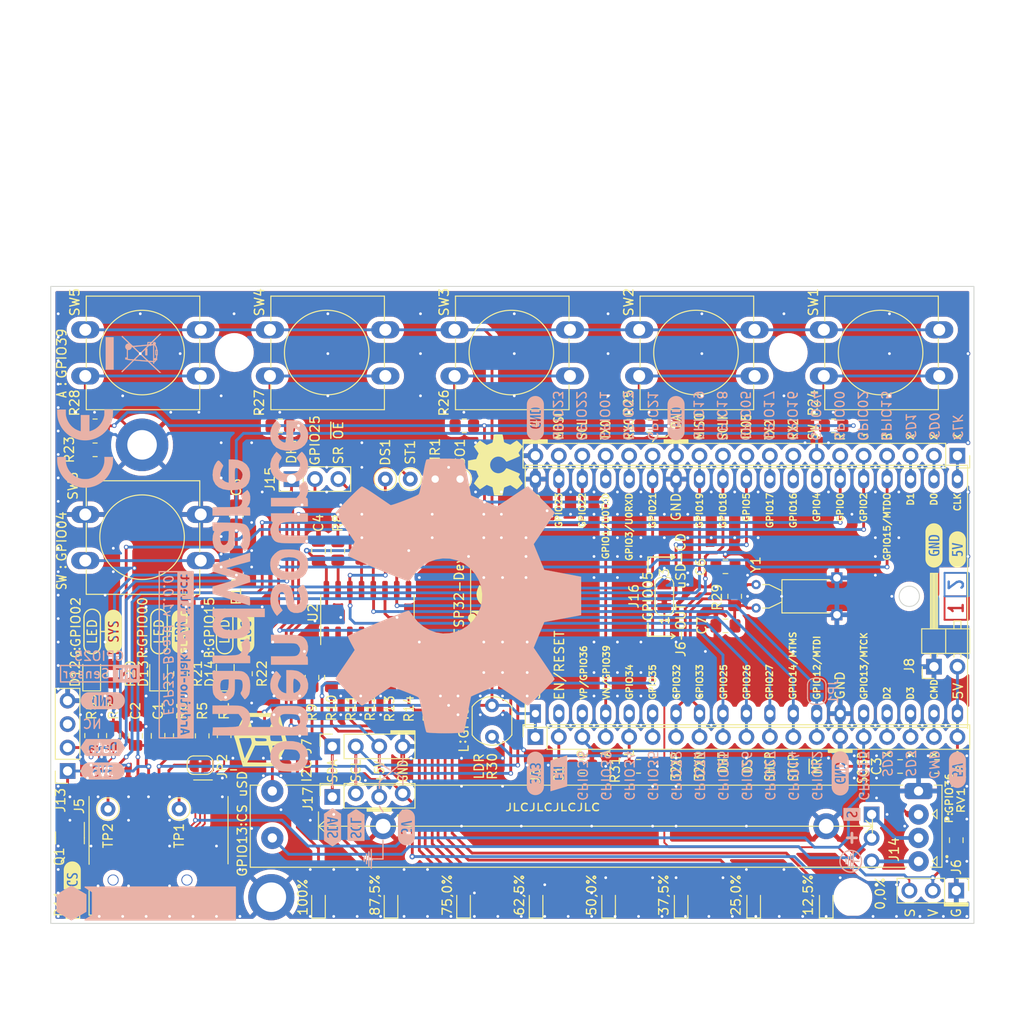
<source format=kicad_pcb>
(kicad_pcb (version 20211014) (generator pcbnew)
  (title_block (date "2022-11-07") (rev "${BOARD_VERSION}"))
  (layers (0 "F.Cu" signal) (31 "B.Cu" signal) (34 "B.Paste" user) (35 "F.Paste" user) (36 "B.SilkS" user "B.Silkscreen") (37 "F.SilkS" user "F.Silkscreen") (38 "B.Mask" user) (39 "F.Mask" user) (44 "Edge.Cuts" user))
  (property "BOARD_VERSION" "v1.0.0")
  (net 0 "")
  (net 1 "GND")
  (net 2 "+5V")
  (net 3 "+3V3")
  (net 4 "Net-(J3-Pad6)")
  (net 5 "Net-(J3-Pad16)")
  (net 6 "Net-(J3-Pad17)")
  (net 7 "Net-(J3-Pad18)")
  (net 8 "/CLK")
  (net 9 "/MISO")
  (net 10 "Net-(J5-Pad8)")
  (net 11 "Net-(J4-Pad20)")
  (net 12 "Net-(J4-Pad21)")
  (net 13 "Net-(J4-Pad22)")
  (net 14 "/GPIO25")
  (net 15 "Net-(R24-Pad1)")
  (net 16 "Net-(R25-Pad1)")
  (net 17 "Net-(J4-Pad27)")
  (net 18 "/SPI_CS_uSD")
  (net 19 "Net-(C12-Pad1)")
  (net 20 "Net-(J4-Pad28)")
  (net 21 "Net-(J4-Pad34)")
  (net 22 "Net-(J4-Pad35)")
  (net 23 "/MOSI")
  (net 24 "Net-(J5-Pad1)")
  (net 25 "Net-(D3-Pad2)")
  (net 26 "Net-(D4-Pad2)")
  (net 27 "Net-(D5-Pad2)")
  (net 28 "Net-(D6-Pad2)")
  (net 29 "/CD_uSD")
  (net 30 "Net-(D7-Pad2)")
  (net 31 "Net-(D8-Pad2)")
  (net 32 "Net-(D9-Pad2)")
  (net 33 "Net-(D10-Pad2)")
  (net 34 "/GPIO5")
  (net 35 "/SR ~{OE}")
  (net 36 "Net-(R8-Pad1)")
  (net 37 "Net-(R9-Pad1)")
  (net 38 "Net-(R10-Pad1)")
  (net 39 "Net-(R11-Pad1)")
  (net 40 "Net-(R12-Pad1)")
  (net 41 "Net-(R13-Pad1)")
  (net 42 "Net-(R14-Pad1)")
  (net 43 "Net-(R15-Pad1)")
  (net 44 "/SR MR")
  (net 45 "/SR DS")
  (net 46 "/SR ST_CP")
  (net 47 "/SR SH_CP")
  (net 48 "Net-(J5-Pad2)")
  (net 49 "/Digital_SW")
  (net 50 "/Analog_Pot")
  (net 51 "/Analog_SW")
  (net 52 "/SDA")
  (net 53 "/SCL")
  (net 54 "/USER_LED_1")
  (net 55 "Net-(D12-Pad2)")
  (net 56 "/USER_LED_2")
  (net 57 "Net-(D13-Pad2)")
  (net 58 "/USER_LED_3")
  (net 59 "Net-(D14-Pad2)")
  (net 60 "Net-(R26-Pad1)")
  (net 61 "Net-(R27-Pad1)")
  (net 62 "Net-(R28-Pad1)")
  (net 63 "/PWM")
  (net 64 "Net-(SO1-Pad1)")
  (net 65 "/32K_XP")
  (net 66 "/32K_XN")
  (net 67 "/Analog_LDR")
  (net 68 "/DHT_Data")
  (net 70 "Net-(J14-Pad1)")
  (net 71 "Net-(J14-Pad2)")
  (net 72 "Net-(J14-Pad3)")
  (net 73 "Net-(Q1-Pad3)")
  (net 74 "Net-(D11-Pad2)")
  (net 75 "/GPIO12")
  (footprint "Connector_PinHeader_2.54mm:PinHeader_1x03_P2.54mm_Vertical" (layer "F.Cu") (at 188.087 131.445 -90)
    (fp_text reference "J6")
    (fp_text value "Servo")
  )
  (footprint "Resistor_SMD:R_0805_2012Metric_Pad1.20x1.40mm_HandSolder" (layer "F.Cu") (at 153.67 117.983)
    (fp_text reference "R31")
    (fp_text value "150k")
  )
  (footprint "kibuzzard-6367F8E9" (layer "F.Cu") (at 188.214 94.488 90)
    (fp_text reference "kibuzzard-1" hide)
    (fp_text value "G***" hide)
  )
  (footprint "LED_SMD:LED_0805_2012Metric_Pad1.15x1.40mm_HandSolder" (layer "F.Cu") (at 108.89875 107.95 90)
    (fp_text reference "D14")
    (fp_text value "LED")
  )
  (footprint "Capacitor_SMD:C_0805_2012Metric_Pad1.18x1.45mm_HandSolder" (layer "F.Cu") (at 101.623 114.681 90)
    (fp_text reference "C1")
    (fp_text value "10u")
  )
  (footprint "Connector_PinSocket_2.54mm:PinSocket_1x04_P2.54mm_Vertical" (layer "F.Cu") (at 120.5012 120.904 90)
    (fp_text reference "J17")
    (fp_text value "I2C")
  )
  (footprint "Capacitor_SMD:C_0805_2012Metric_Pad1.18x1.45mm_HandSolder" (layer "F.Cu") (at 110.1 90.7 -90)
    (fp_text reference "C5")
    (fp_text value "100n")
  )
  (footprint "Resistor_SMD:R_0805_2012Metric_Pad1.20x1.40mm_HandSolder" (layer "F.Cu") (at 94.42325 114.651 -90)
    (fp_text reference "R59")
    (fp_text value "10k")
  )
  (footprint "Button_Switch_THT:SW_PUSH-12mm" (layer "F.Cu") (at 106.24 75.7 180)
    (fp_text reference "SW5")
    (fp_text value "SW_Push")
  )
  (footprint "Capacitor_SMD:C_0805_2012Metric_Pad1.18x1.45mm_HandSolder" (layer "F.Cu") (at 182 118)
    (fp_text reference "C3")
    (fp_text value "100n")
  )
  (footprint "Connector_PinHeader_2.54mm:PinHeader_1x02_P2.54mm_Horizontal" (layer "F.Cu") (at 185.674 107.188 90)
    (fp_text reference "J8")
    (fp_text value "5V Ext")
  )
  (footprint "LED_SMD:LED_0603_1608Metric_Pad1.05x0.95mm_HandSolder" (layer "F.Cu") (at 166.142852 132.76 90)
    (fp_text reference "D9" hide)
    (fp_text value "LED")
  )
  (footprint "TestPoint:TestPoint_Pad_D2.0mm" (layer "F.Cu") (at 103.9 122.6 180)
    (fp_text reference "TP1")
    (fp_text value "TestPoint")
  )
  (footprint "Resistor_SMD:R_0805_2012Metric_Pad1.20x1.40mm_HandSolder" (layer "F.Cu") (at 104.029 114.681 -90)
    (fp_text reference "R6")
    (fp_text value "10k")
  )
  (footprint "Capacitor_SMD:C_0805_2012Metric_Pad1.18x1.45mm_HandSolder" (layer "F.Cu") (at 147.574 117.983)
    (fp_text reference "C12")
    (fp_text value "DNP")
  )
  (footprint "Resistor_SMD:R_0805_2012Metric_Pad1.20x1.40mm_HandSolder" (layer "F.Cu") (at 120.4 108.35 -90)
    (fp_text reference "R10")
    (fp_text value "560")
  )
  (footprint "Capacitor_SMD:C_0805_2012Metric_Pad1.18x1.45mm_HandSolder" (layer "F.Cu") (at 163.084 96.368)
    (fp_text reference "C6")
    (fp_text value "10p")
  )
  (footprint "LED_SMD:LED_0603_1608Metric_Pad1.05x0.95mm_HandSolder" (layer "F.Cu") (at 142.571426 132.76 90)
    (fp_text reference "D6" hide)
    (fp_text value "LED")
  )
  (footprint "Resistor_SMD:R_0805_2012Metric_Pad1.20x1.40mm_HandSolder" (layer "F.Cu") (at 154.8 81.1)
    (fp_text reference "R25")
    (fp_text value "1k8")
  )
  (footprint "Resistor_SMD:R_0805_2012Metric_Pad1.20x1.40mm_HandSolder" (layer "F.Cu") (at 110.1 95.7 90)
    (fp_text reference "R19")
    (fp_text value "10k")
  )
  (footprint "TestPoint:TestPoint_Pad_D2.0mm" (layer "F.Cu") (at 128.938 86.868)
    (fp_text reference "ST1")
    (fp_text value "TestPoint")
  )
  (footprint "Capacitor_SMD:C_0805_2012Metric_Pad1.18x1.45mm_HandSolder" (layer "F.Cu") (at 186 118 180)
    (fp_text reference "C8")
    (fp_text value "100n")
  )
  (footprint "Resistor_SMD:R_0805_2012Metric_Pad1.20x1.40mm_HandSolder" (layer "F.Cu") (at 106.405 114.681 -90)
    (fp_text reference "R5")
    (fp_text value "4k7")
  )
  (footprint "Resistor_SMD:R_0805_2012Metric_Pad1.20x1.40mm_HandSolder" (layer "F.Cu") (at 127.5 94.65 90)
    (fp_text reference "R17")
    (fp_text value "10k")
  )
  (footprint "LED_SMD:LED_0603_1608Metric_Pad1.05x0.95mm_HandSolder" (layer "F.Cu") (at 174 132.76 90)
    (fp_text reference "D10" hide)
    (fp_text value "LED")
  )
  (footprint "Connector_PinHeader_2.54mm:PinHeader_1x03_P2.54mm_Vertical" (layer "F.Cu") (at 178.92 123.2)
    (fp_text reference "J14")
    (fp_text value "Pot")
  )
  (footprint "Capacitor_SMD:C_0805_2012Metric_Pad1.18x1.45mm_HandSolder" (layer "F.Cu") (at 119 94.65 90)
    (fp_text reference "C4")
    (fp_text value "100n")
  )
  (footprint "OptoDevice:R_LDR_5.1x4.3mm_P3.4mm_Vertical" (layer "F.Cu") (at 137.795 111.379 -90)
    (fp_text reference "R30")
    (fp_text value "LDR")
  )
  (footprint "Divers:microSD_Yozaka_Interconnects_R2165" (layer "F.Cu") (at 101.7 130.3)
    (fp_text reference "J5")
    (fp_text value "Micro_SD_Card")
  )
  (footprint "Button_Switch_THT:SW_PUSH-12mm" (layer "F.Cu") (at 146.24 75.7 180)
    (fp_text reference "SW3")
    (fp_text value "SW_Push")
  )
  (footprint "Resistor_SMD:R_0805_2012Metric_Pad1.20x1.40mm_HandSolder" (layer "F.Cu") (at 121.1 94.65 90)
    (fp_text reference "R8")
    (fp_text value "560")
  )
  (footprint "Espressif:ESP32-DevKitC" (layer "F.Cu") (at 142.494 112.268 90)
    (fp_text reference "U1")
    (fp_text value "ESP32-DevKitC")
  )
  (footprint "Symbol:OSHW-Symbol_6.7x6mm_SilkScreen" (layer "F.Cu") (at 138.176 85.344 90)
    (fp_text reference "REF**" hide)
    (fp_text value "OSHW-Symbol_6.7x6mm_SilkScreen" hide)
  )
  (footprint "Connector_PinSocket_2.54mm:PinSocket_1x04_P2.54mm_Vertical" (layer "F.Cu") (at 120.5012 115.824 90)
    (fp_text reference "J7")
    (fp_text value "I2C")
  )
  (footprint "footprint:logo_artilect_6x6mm" (layer "F.Cu") (at 112.776 115.062 -90)
    (fp_text reference "G***" hide)
    (fp_text value "LOGO" hide)
  )
  (footprint "kibuzzard-639F4895" (layer "F.Cu") (at 96.774 103.378 90)
    (fp_text reference "kibuzzard-639F4895" hide)
    (fp_text value "G***" hide)
  )
  (footprint "Resistor_SMD:R_0805_2012Metric_Pad1.20x1.40mm_HandSolder" (layer "F.Cu") (at 134.8 81.1)
    (fp_text reference "R26")
    (fp_text value "1k")
  )
  (footprint "Resistor_SMD:R_0805_2012Metric_Pad1.20x1.40mm_HandSolder" (layer "F.Cu") (at 94.8 81.1)
    (fp_text reference "R28")
    (fp_text value "330")
  )
  (footprint "Resistor_SMD:R_0805_2012Metric_Pad1.20x1.40mm_HandSolder" (layer "F.Cu") (at 96.781 114.651 -90)
    (fp_text reference "R7")
    (fp_text value "10k")
  )
  (footprint "kibuzzard-6367FF54" (layer "F.Cu") (at 185.674 94.053818 90)
    (fp_text reference "kibuzzard-6367FF54" hide)
    (fp_text value "G***" hide)
  )
  (footprint "LED_SMD:LED_0603_1608Metric_Pad1.05x0.95mm_HandSolder" (layer "F.Cu") (at 92.4 132.8 90)
    (fp_text reference "D11")
    (fp_text value "LED")
  )
  (footprint "Symbol:KiCad-Logo2_5mm_SilkScreen" (layer "F.Cu") (at 138.176 99.568 90)
    (fp_text reference "LOGO1" hide)
    (fp_text value "Logo_Open_Hardware_Small" hide)
  )
  (footprint "Resistor_SMD:R_0805_2012Metric_Pad1.20x1.40mm_HandSolder" (layer "F.Cu") (at 123.7 94.55 90)
    (fp_text reference "R16")
    (fp_text value "10k")
  )
  (footprint "TestPoint:TestPoint_Pad_D2.0mm" (layer "F.Cu") (at 96.2 122.6 180)
    (fp_text reference "TP2")
    (fp_text value "TestPoint")
  )
  (footprint "Button_Switch_THT:SW_PUSH-12mm" (layer "F.Cu") (at 166.24 75.7 180)
    (fp_text reference "SW2")
    (fp_text value "SW_Push")
  )
  (footprint "TestPoint:TestPoint_Pad_D2.0mm" (layer "F.Cu") (at 134.338 86.868)
    (fp_text reference "SO1")
    (fp_text value "TestPoint")
  )
  (footprint "Connector_PinSocket_2.54mm:PinSocket_1x04_P2.54mm_Vertical" (layer "F.Cu") (at 91.821 118.491 180)
    (fp_text reference "J13")
    (fp_text value "DHT Sensor")
  )
  (footprint "Connector_PinSocket_2.54mm:PinSocket_1x19_P2.54mm_Vertical" (layer "F.Cu") (at 142.494 114.808 90)
    (fp_text reference "J3")
    (fp_text value "Conn_01x19")
  )
  (footprint "Button_Switch_THT:SW_PUSH-12mm" (layer "F.Cu") (at 186.24 75.7 180)
    (fp_text reference "SW1")
    (fp_text value "SW_Push")
  )
  (footprint "LED_SMD:LED_0603_1608Metric_Pad1.05x0.95mm_HandSolder" (layer "F.Cu") (at 158.28571 132.76 90)
    (fp_text reference "D8" hide)
    (fp_text value "LED")
  )
  (footprint "Package_TO_SOT_SMD:SOT-23" (layer "F.Cu") (at 92.075 125.73 -90)
    (fp_text reference "Q1")
    (fp_text value "IRLML6402")
  )
  (footprint "Resistor_SMD:R_0805_2012Metric_Pad1.20x1.40mm_HandSolder" (layer "F.Cu") (at 128.8 108.35 -90)
    (fp_text reference "R14")
    (fp_text value "560")
  )
  (footprint "Resistor_SMD:R_0805_2012Metric_Pad1.20x1.40mm_HandSolder" (layer "F.Cu") (at 126.7 108.35 -90)
    (fp_text reference "R13")
    (fp_text value "560")
  )
  (footprint "LED_SMD:LED_0603_1608Metric_Pad1.05x0.95mm_HandSolder" (layer "F.Cu") (at 134.714284 132.76 90)
    (fp_text reference "D5" hide)
    (fp_text value "LED")
  )
  (footprint "LED_SMD:LED_0805_2012Metric_Pad1.15x1.40mm_HandSolder" (layer "F.Cu") (at 101.68075 107.95 90)
    (fp_text reference "D13")
    (fp_text value "LED")
  )
  (footprint "Capacitor_SMD:C_0805_2012Metric_Pad1.18x1.45mm_HandSolder" (layer "F.Cu") (at 99.187 114.681 90)
    (fp_text reference "C2")
    (fp_text value "100n")
  )
  (footprint "Capacitor_SMD:C_0805_2012Metric_Pad1.18x1.45mm_HandSolder" (layer "F.Cu") (at 188.087 125.984 90)
    (fp_text reference "C13" hide)
    (fp_text value "100n")
  )
  (footprint "kibuzzard-63A1FB19" (layer "F.Cu") (at 111.125 103.378 90)
    (fp_text reference "kibuzzard-63A1FB19" hide)
    (fp_text value "G***" hide)
  )
  (footprint "Resistor_SMD:R_0805_2012Metric_Pad1.20x1.40mm_HandSolder" (layer "F.Cu") (at 124.6 108.35 -90)
    (fp_text reference "R12")
    (fp_text value "560")
  )
  (footprint "Resistor_SMD:R_0805_2012Metric_Pad1.20x1.40mm_HandSolder" (layer "F.Cu") (at 174.8 81.1)
    (fp_text reference "R24")
    (fp_text value "3k9")
  )
  (footprint "Resistor_SMD:R_0805_2012Metric_Pad1.20x1.40mm_HandSolder" (layer "F.Cu") (at 94.8 83.7 180)
    (fp_text reference "R23")
    (fp_text value "1k")
  )
  (footprint "Resistor_SMD:R_0805_2012Metric_Pad1.20x1.40mm_HandSolder" (layer "F.Cu") (at 164.084 99.568 -90)
    (fp_text reference "R29")
    (fp_text value "10M")
  )
  (footprint "Button_Switch_THT:SW_PUSH-12mm" (layer "F.Cu") (at 106.24 95.7 180)
    (fp_text reference "SW6")
    (fp_text value "SW_Push")
  )
  (footprint "TestPoint:TestPoint_Pad_D2.0mm" (layer "F.Cu") (at 126.238 86.868)
    (fp_text reference "DS1")
    (fp_text value "TestPoint")
  )
  (footprint "MountingHole:MountingHole_3.2mm_M3_ISO7380" (layer "F.Cu") (at 169.89 73.16)
    (fp_text reference "H4" hide)
    (fp_text value "MountingHole")
  )
  (footprint "Resistor_SMD:R_0805_2012Metric_Pad1.20x1.40mm_HandSolder" (layer "F.Cu") (at 104.05675 107.95 90)
    (fp_text reference "R21")
    (fp_text value "560")
  )
  (footprint "Package_SO:SOIC-16_3.9x9.9mm_P1.27mm" (layer "F.Cu") (at 124.3 101.35 90)
    (fp_text reference "U2")
    (fp_text value "74HC595")
  )
  (footprint "MountingHole:MountingHole_3.2mm_M3_ISO7380" (layer "F.Cu") (at 176.89 132.16)
    (fp_text reference "H5" hide)
    (fp_text value "MountingHole")
  )
  (footprint "LED_SMD:LED_0603_1608Metric_Pad1.05x0.95mm_HandSolder" (layer "F.Cu") (at 119 132.76 90)
    (fp_text reference "D3" hide)
    (fp_text value "LED")
  )
  (footprint "LED_SMD:LED_0805_2012Metric_Pad1.15x1.40mm_HandSolder" (layer "F.Cu") (at 94.43275 107.95 90)
    (fp_text reference "D12")
    (fp_text value "LED")
  )
  (footprint "Resistor_SMD:R_0805_2012Metric_Pad1.20x1.40mm_HandSolder" (layer "F.Cu") (at 130.9 108.35 -90)
    (fp_text reference "R15")
    (fp_text value "560")
  )
  (footprint "LED_SMD:LED_0603_1608Metric_Pad1.05x0.95mm_HandSolder" (layer "F.Cu") (at 126.857142 132.76 90)
    (fp_text reference "D4" hide)
    (fp_text value "LED")
  )
  (footprint "Resistor_SMD:R_0805_2012Metric_Pad1.20x1.40mm_HandSolder" (layer "F.Cu") (at 111.088 107.95 90)
    (fp_text reference "R22")
    (fp_text value "560")
  )
  (footprint "Divers:Layer-indicator-two-side" (layer "F.Cu") (at 188.087 100.838 90)
    (fp_text reference "Layer-x2" hide)
    (fp_text value "VAL**" hide)
  )
  (footprint "Resistor_SMD:R_0805_2012Metric_Pad1.20x1.40mm_HandSolder" (layer "F.Cu") (at 122.5 108.35 -90)
    (fp_text reference "R11")
    (fp_text value "560")
  )
  (footprint "Resistor_SMD:R_0805_2012Metric_Pad1.20x1.40mm_HandSolder" (layer "F.Cu") (at 108.781 114.651 -90)
    (fp_text reference "R18")
    (fp_text value "560")
  )
  (footprint "MountingHole:MountingHole_3.2mm_M3_ISO7380_Pad_TopBottom" (layer "F.Cu") (at 113.89 132.16)
    (fp_text reference "H1" hide)
    (fp_text value "MountingHole_Pad" hide)
  )
  (footprint "TestPoint:TestPoint_Pad_D2.0mm" (layer "F.Cu") (at 131.638 86.868)
    (fp_text reference "MR1")
    (fp_text value "TestPoint")
  )
  (footprint "Crystal:Crystal_AT310_D3.0mm_L10.0mm_Horizontal_1EP_style2" (layer "F.Cu") (at 166.404 100.838 90)
    (fp_text reference "Y1")
    (fp_text value "Crystal_GND3_Small")
  )
  (footprint "Connector_PinSocket_2.54mm:PinSocket_1x19_P2.54mm_Vertical" (layer "F.Cu") (at 188.21128 84.33168 -90)
    (fp_text reference "J4")
    (fp_text value "Conn_01x19")
  )
  (footprint "Resistor_SMD:R_0805_2012Metric_Pad1.20x1.40mm_HandSolder" (layer "F.Cu") (at 118.3 108.35 -90)
    (fp_text reference "R9")
    (fp_text value "560")
  )
  (footprint "Resistor_SMD:R_0805_2012Metric_Pad1.20x1.40mm_HandSolder" (layer "F.Cu") (at 96.83875 107.95 90)
    (fp_text reference "R20")
    (fp_text value "560")
  )
  (footprint "Connector_PinHeader_2.54mm:PinHeader_1x03_P2.54mm_Vertical" (layer "F.Cu") (at 116.078 86.868 90)
    (fp_text reference "J15")
    (fp_text value "Select A")
  )
  (footprint "Jumper:SolderJumper-3_P1.3mm_Bridged12_RoundedPad1.0x1.5mm_NumberLabels" (layer "F.Cu") (at 156.464 99.568 90)
    (fp_text reference "J16")
    (fp_text value "Select B")
  )
  (footprint "Jumper:SolderJumper-2_P1.3mm_Bridged_RoundedPad1.0x1.5mm" (layer "F.Cu") (at 106.172 117.856 180)
    (fp_text reference "JP2")
    (fp_text value "Jumper_2_Bridged")
  )
  (footprint "kibuzzard-63A1FAC6" (layer "F.Cu") (at 104.013 103.378 90)
    (fp_text reference "kibuzzard-63A1FAC6" hide)
    (fp_text value "G***" hide)
  )
  (footprint "LED_SMD:LED_0603_1608Metric_Pad1.05x0.95mm_HandSolder" (layer "F.Cu") (at 150.428568 132.76 90)
    (fp_text reference "D7" hide)
    (fp_text value "LED")
  )
  (footprint "kibuzzard-63A470E3" (layer "F.Cu") (at 92.329 129.794 90)
    (fp_text reference "kibuzzard-63A470E3" hide)
    (fp_text value "G***" hide)
  )
  (footprint "MountingHole:MountingHole_3.2mm_M3_ISO7380" (layer "F.Cu") (at 109.89 73.16)
    (fp_text reference "H3" hide)
    (fp_text value "MountingHole")
  )
  (footprint "MountingHole:MountingHole_3.2mm_M3_ISO7380_Pad_TopBottom" (layer "F.Cu") (at 99.89 83.16)
    (fp_text reference "H2" hide)
    (fp_text value "MountingHole_Pad" hide)
  )
  (footprint "Divers:Potentiometer_B103_Double_Slide" (layer "F.Cu") (at 184 120.66 180)
    (fp_text reference "RV1")
    (fp_text value "R_Potentiometer_Dual")
  )
  (footprint "Button_Switch_THT:SW_PUSH-12mm" (layer "F.Cu") (at 126.24 75.7 180)
    (fp_text reference "SW4")
    (fp_text value "SW_Push")
  )
  (footprint "Capacitor_SMD:C_0805_2012Metric_Pad1.18x1.45mm_HandSolder" (layer "F.Cu") (at 163.084 102.768)
    (fp_text reference "C7")
    (fp_text value "10p")
  )
  (footprint "Resistor_SMD:R_0805_2012Metric_Pad1.20x1.40mm_HandSolder" (layer "F.Cu") (at 114.866 81.1)
    (fp_text reference "R27")
    (fp_text value "560")
  )
  (footprint "Symbol:CE-Logo_8.5x6mm_SilkScreen" (layer "B.Cu") (at 93.726 83.566 90)
    (fp_text reference "REF**" hide)
    (fp_text value "CE-Logo_8.5x6mm_SilkScreen" hide)
  )
  (footprint "Symbol:WEEE-Logo_4.2x6mm_SilkScreen" (layer "B.Cu") (at 98.959611 73.243518 90)
    (fp_text reference "REF**" hide)
    (fp_text value "WEEE-Logo_4.2x6mm_SilkScreen" hide)
  )
  (footprint "kibuzzard-63ADDA63" (layer "B.Cu") (at 104.6 105.9 90)
    (fp_text reference "kibuzzard-63ADDA63" hide)
    (fp_text value "G***" hide)
  )
  (footprint "kibuzzard-63A45813" (layer "B.Cu") (at 120.523 124.587 90)
    (fp_text reference "kibuzzard-63A45813" hide)
    (fp_text value "G***" hide)
  )
  (footprint "kibuzzard-6367F8E9" (layer "B.Cu") (at 128.524 124.587 90)
    (fp_text reference "kibuzzard-1" hide)
    (fp_text value "G***" hide)
  )
  (footprint "kibuzzard-6367FF54" (layer "B.Cu") (at 157.734 80.264 90)
    (fp_text reference "kibuzzard-6367FF54" hide)
    (fp_text value "G***" hide)
  )
  (footprint "Jumper:SolderJumper-2_P1.3mm_Open_RoundedPad1.0x1.5mm" (layer "B.Cu") (at 172.974 109.855 90)
    (fp_text reference "JP1")
    (fp_text value "Jumper_2_Open")
  )
  (footprint "kibuzzard-63A33E4B" (layer "B.Cu") (at 95.631 118.491 180)
    (fp_text reference "kibuzzard-63A33E4B" hide)
    (fp_text value "G***" hide)
  )
  (footprint "kibuzzard-63A33E4B" (layer "B.Cu") (at 142.494 118.745 90)
    (fp_text reference "kibuzzard-63A33E4B" hide)
    (fp_text value "G***" hide)
  )
  (footprint "kibuzzard-6367F8E9" (layer "B.Cu") (at 188.214 118.364 90)
    (fp_text reference "kibuzzard-1" hide)
    (fp_text value "G***" hide)
  )
  (footprint "kibuzzard-63A33F4C" (layer "B.Cu") (at 145.034 118.745 90)
    (fp_text reference "kibuzzard-63A33F4C" hide)
    (fp_text value "G***" hide)
  )
  (footprint "kibuzzard-63A34430" (layer "B.Cu") (at 95.631 115.951 180)
    (fp_text reference "kibuzzard-63A34430" hide)
    (fp_text value "G***" hide)
  )
  (footprint "kibuzzard-6367FF54" (layer "B.Cu") (at 95.631 110.871 180)
    (fp_text reference "kibuzzard-6367FF54" hide)
    (fp_text value "G***" hide)
  )
  (footprint "Symbol:OSHW-Logo_38.1x40mm_SilkScreen" (layer "B.Cu") (at 127.508 99.568 90)
    (fp_text reference "REF**" hide)
    (fp_text value "OSHW-Logo_38.1x40mm_SilkScreen" hide)
  )
  (footprint "kibuzzard-6367FF54" (layer "B.Cu") (at 175.514 118.745 90)
    (fp_text reference "kibuzzard-6367FF54" hide)
    (fp_text value "G***" hide)
  )
  (footprint "kibuzzard-6367FF54" (layer "B.Cu") (at 142.494 80.264 90)
    (fp_text reference "kibuzzard-6367FF54" hide)
    (fp_text value "G***" hide)
  )
  (footprint "kibuzzard-63A457E7" (layer "B.Cu") (at 123.063 124.333 90)
    (fp_text reference "kibuzzard-63A457E7" hide)
    (fp_text value "G***" hide)
  )
  (footprint "kibuzzard-63A45C8C" (layer "B.Cu") (at 176.784 123.19 90)
    (fp_text reference "kibuzzard-63A45C8C" hide)
    (fp_text value "G***" hide)
  )
  (footprint "kibuzzard-63A48047" (layer "B.Cu") (at 98.171 107.95 180)
    (fp_text reference "kibuzzard-63A48047" hide)
    (fp_text value "G***" hide)
  )
  (gr_line (start 125.603 122.301) (end 125.984 122.936) (layer "B.SilkS") (width 0.15))
  (gr_circle (center 176.657 128.27) (end 175.514 128.524) (layer "B.SilkS") (width 0.15) (fill none))
  (gr_line (start 176.403 128.778) (end 176.403 127.762) (layer "B.SilkS") (width 0.15))
  (gr_line (start 125.603 116.84) (end 125.603 117.602) (layer "B.SilkS") (width 0.15))
  (gr_line (start 125.984 125.984) (end 125.984 128.016) (layer "B.SilkS") (width 0.15))
  (gr_line (start 125.603 119.634) (end 128.143 117.5385) (layer "B.SilkS") (width 0.15))
  (gr_line (start 176.911 129.286) (end 176.911 127.254) (layer "B.SilkS") (width 0.15))
  (gr_line (start 177.546 128.27) (end 176.911 128.27) (layer "B.SilkS") (width 0.15))
  (gr_line (start 91.059 107.061) (end 91.059 108.839) (layer "B.SilkS") (width 0.15))
  (gr_line (start 99.568 108.839) (end 99.568 107.061) (layer "B.SilkS") (width 0.15))
  (gr_poly (pts (xy 92.237534 131.021228) (xy 93.761534 131.910228) (xy 93.761534 133.688228) (xy 92.237534 134.577228) (xy 90.713534 133.688228) (xy 90.713534 131.910228)) (layer "B.SilkS") (width 0.2) (fill solid))
  (gr_line (start 125.349 128.016) (end 124.714 128.016) (layer "B.SilkS") (width 0.15))
  (gr_line (start 176.276 125.73) (end 177.292 125.73) (layer "B.SilkS") (width 0.3))
  (gr_line (start 123.952 128.27) (end 123.952 127.762) (layer "B.SilkS") (width 0.15))
  (gr_line (start 91.059 108.839) (end 99.568 108.839) (layer "B.SilkS") (width 0.15))
  (gr_rect (start 105.4 114.9) (end 101.75 96.9) (layer "B.SilkS") (width 0.15) (fill none))
  (gr_line (start 124.206 128.524) (end 124.206 127.508) (layer "B.SilkS") (width 0.15))
  (gr_line (start 125.602999 120.359264) (end 125.603 119.634) (layer "B.SilkS") (width 0.15))
  (gr_line (start 120.523 116.84) (end 120.523 120.269) (layer "B.SilkS") (width 0.15))
  (gr_line (start 128.143 119.253) (end 128.143135 119.959896) (layer "B.SilkS") (width 0.15))
  (gr_line (start 125.984 128.016) (end 125.349 128.016) (layer "B.SilkS") (width 0.15))
  (gr_line (start 128.143 117.5385) (end 128.143 116.84) (layer "B.SilkS") (width 0.15))
  (gr_line (start 124.46 128.778) (end 124.46 127.254) (layer "B.SilkS") (width 0.15))
  (gr_line (start 124.714 129.032) (end 124.714 127) (layer "B.SilkS") (width 0.15))
  (gr_line (start 176.149 128.524) (end 176.149 128.016) (layer "B.SilkS") (width 0.15))
  (gr_line (start 125.603 117.602) (end 126.746 118.364) (layer "B.SilkS") (width 0.15))
  (gr_poly (pts (xy 109.982 131.064) (xy 109.982 134.62) (xy 93.726 134.62) (xy 94.527977 134.112) (xy 94.527977 131.572) (xy 93.726 131.064)) (layer "B.SilkS") (width 0.15) (fill solid))
  (gr_line (start 176.784 125.222) (end 176.784 126.238) (layer "B.SilkS") (width 0.3))
  (gr_line (start 123.063 116.84) (end 123.063 119.888) (layer "B.SilkS") (width 0.15))
  (gr_line (start 176.657 129.032) (end 176.657 127.508) (layer "B.SilkS") (width 0.15))
  (gr_line (start 127.254 118.6815) (end 128.143 119.253) (layer "B.SilkS") (width 0.15))
  (gr_line (start 99.568 107.061) (end 91.059 107.061) (layer "B.SilkS") (width 0.15))
  (gr_line (start 109.728 104.902) (end 109.728 101.854) (layer "F.SilkS") (width 0.15))
  (gr_line (start 93.599 101.854) (end 93.599 104.902) (layer "F.SilkS") (width 0.15))
  (gr_line (start 93.345 118.491) (end 94.361 118.491) (layer "F.SilkS") (width 0.3))
  (gr_line (start 102.616 103.378) (end 103.124 103.378) (layer "F.SilkS") (width 0.15))
  (gr_arc (start 100.838 101.854) (mid 101.727 100.965) (end 102.616 101.854) (layer "F.SilkS") (width 0.15))
  (gr_arc (start 102.616 104.902) (mid 101.727 105.791) (end 100.838 104.902) (layer "F.SilkS") (width 0.15))
  (gr_arc (start 107.95 101.854) (mid 108.839 100.965) (end 109.728 101.854) (layer "F.SilkS") (width 0.15))
  (gr_line (start 156.972 82.042) (end 156.718 82.296) (layer "F.SilkS") (width 0.15))
  (gr_line (start 157.607 103.886) (end 157.226 103.632) (layer "F.SilkS") (width 0.15))
  (gr_arc (start 109.728 104.902) (mid 108.839 105.791) (end 107.95 104.902) (layer "F.SilkS") (width 0.15))
  (gr_line (start 156.718 82.296) (end 155.575 82.296) (layer "F.SilkS") (width 0.15))
  (gr_line (start 109.474 118.364) (end 110.109 118.364) (layer "F.SilkS") (width 0.15))
  (gr_line (start 157.609536 95.313034) (end 157.228536 95.567034) (layer "F.SilkS") (width 0.15))
  (gr_rect (start 186.813128 132.78568) (end 189.357 133.096) (layer "F.SilkS") (width 0.15) (fill solid))
  (gr_line (start 187.706 116.967) (end 188.722 116.967) (layer "F.SilkS") (width 0.3))
  (gr_line (start 95.377 104.902) (end 95.377 101.854) (layer "F.SilkS") (width 0.15))
  (gr_line (start 154.686 95.3135) (end 154.686 96.7105) (layer "F.SilkS") (width 0.15))
  (gr_line (start 127.635 123.317) (end 128.651 123.317) (layer "F.SilkS") (width 0.3))
  (gr_line (start 102.616 104.902) (end 102.616 101.854) (layer "F.SilkS") (width 0.15))
  (gr_line (start 107.95 101.854) (end 107.95 104.902) (layer "F.SilkS") (width 0.15))
  (gr_rect (start 141.181943 82.62068) (end 143.764 82.931) (layer "F.SilkS") (width 0.15) (fill solid))
  (gr_line (start 157.606999 95.313965) (end 157.225999 95.059965) (layer "F.SilkS") (width 0.15))
  (gr_line (start 154.686 103.886) (end 157.607 103.886) (layer "F.SilkS") (width 0.15))
  (gr_circle (center 187.071 127.762) (end 187.171 127.762) (layer "F.SilkS") (width 0.15) (fill solid))
  (gr_line (start 154.686 102.489) (end 154.686 103.886) (layer "F.SilkS") (width 0.15))
  (gr_arc (start 95.377 104.902) (mid 94.488 105.791) (end 93.599 104.902) (layer "F.SilkS") (width 0.15))
  (gr_line (start 142.494 117.602) (end 142.494 116.586) (layer "F.SilkS") (width 0.18))
  (gr_line (start 109.728 103.378) (end 110.236 103.378) (layer "F.SilkS") (width 0.15))
  (gr_line (start 100.838 101.854) (end 100.838 104.902) (layer "F.SilkS") (width 0.15))
  (gr_rect (start 156.460128 82.62068) (end 159.004 82.931) (layer "F.SilkS") (width 0.15) (fill solid))
  (gr_line (start 95.377 103.378) (end 95.885 103.378) (layer "F.SilkS") (width 0.15))
  (gr_line (start 128.143 123.825) (end 128.143 122.809) (layer "F.SilkS") (width 0.3))
  (gr_line (start 157.607 103.886) (end 157.226 104.14) (layer "F.SilkS") (width 0.15))
  (gr_rect (start 124.284668 122.520426) (end 126.866725 122.830746) (layer "F.SilkS") (width 0.15) (fill solid))
  (gr_line (start 188.214 117.475) (end 188.214 116.459) (layer "F.SilkS") (width 0.3))
  (gr_line (start 141.986 117.094) (end 143.002 117.094) (layer "F.SilkS") (width 0.18))
  (gr_line (start 154.686 95.3135) (end 157.607 95.3135) (layer "F.SilkS") (width 0.15))
  (gr_line (start 93.853 118.999) (end 93.853 117.983) (layer "F.SilkS") (width 0.3))
  (gr_rect (start 126.85834 114.142352) (end 129.440397 114.452672) (layer "F.SilkS") (width 0.15) (fill solid))
  (gr_line (start 155.575 82.296) (end 155.194 82.804) (layer "F.SilkS") (width 0.15))
  (gr_rect (start 174.242064 116.14868) (end 176.785936 116.459) (layer "F.SilkS") (width 0.15) (fill solid))
  (gr_arc (start 93.599 101.854) (mid 94.488 100.965) (end 95.377 101.854) (layer "F.SilkS") (width 0.15))
  (gr_rect (start 90 135) (end 190 66) (layer "Edge.Cuts") (width 0.1) (fill none))
  (gr_circle (center 183 99.568) (end 184.1 99.568) (layer "Edge.Cuts") (width 0.1) (fill none))
  (gr_text "GPIO12" (at 172.974 118.999 270) (layer "B.SilkS") (effects (font (size 1 1)) (justify mirror)))
  (gr_text "GPIO25" (at 95.25 106.045) (layer "B.SilkS") (effects (font (size 1 1)) (justify mirror)))
  (gr_text "SD2" (at 180.594 117.729 270) (layer "B.SilkS") (effects (font (size 1 1) (thickness 0.15) italic) (justify mirror)))
  (gr_text "ESP32 Board" (at 102.7 107.6 270) (layer "B.SilkS") (effects (font (size 1 1) (thickness 0.15) italic) (justify mirror)))
  (gr_text "GPIO34" (at 152.654 118.999 270) (layer "B.SilkS") (effects (font (size 1 1)) (justify mirror)))
  (gr_text "GPIO35" (at 155.194 118.999 270) (layer "B.SilkS") (effects (font (size 1 1)) (justify mirror)))
  (gr_text "GPIO33" (at 160.274 118.999 270) (layer "B.SilkS") (effects (font (size 1 1)) (justify mirror)))
  (gr_text "GPIO15" (at 180.467 80.01 270) (layer "B.SilkS") (effects (font (size 1 1)) (justify mirror)))
  (gr_text "GPIO14" (at 170.434 118.999 270) (layer "B.SilkS") (effects (font (size 1 1)) (justify mirror)))
  (gr_text "CLK" (at 188.214 81.28 270) (layer "B.SilkS") (effects (font (size 1 1) (thickness 0.15) italic) (justify mirror)))
  (gr_text "GPIO27" (at 167.894 118.999 270) (layer "B.SilkS") (effects (font (size 1 1)) (justify mirror)))
  (gr_text "GPIO00" (at 175.387 80.01 270) (layer "B.SilkS") (effects (font (size 1 1)) (justify mirror)))
  (gr_text "SD1" (at 183.134 81.153 270) (layer "B.SilkS") (effects (font (size 1 1) (thickness 0.15) italic) (justify mirror)))
  (gr_text "GPIO17" (at 167.767 80.01 270) (layer "B.SilkS") (effects (font (size 1 1)) (justify mirror)))
  (gr_text "GPIO13" (at 178.054 118.999 270) (layer "B.SilkS") (effects (font (size 1 1)) (justify mirror)))
  (gr_text "SD3" (at 183.134 117.729 270) (layer "B.SilkS") (effects (font (size 1 1) (thickness 0.15) italic) (justify mirror)))
  (gr_text "GPIO36" (at 147.574 118.999 270) (layer "B.SilkS") (effects (font (size 1 1)) (justify mirror)))
  (gr_text "${BOARD_VERSION}" (at 102.7 99.6 270) (layer "B.SilkS") (effects (font (size 1 1) (thickness 0.15) italic) (justify mirror)))
  (gr_text "GPIO23" (at 144.907 80.01 270) (layer "B.SilkS") (effects (font (size 1 1)) (justify mirror)))
  (gr_text "GPIO22" (at 147.447 80.01 270) (layer "B.SilkS") (effects (font (size 1 1)) (justify mirror)))
  (gr_text "GPIO32" (at 157.734 118.999 270) (layer "B.SilkS") (effects (font (size 1 1)) (justify mirror)))
  (gr_text "GPIO05" (at 165.227 80.01 270) (layer "B.SilkS") (effects (font (size 1 1)) (justify mirror)))
  (gr_text "GPIO21" (at 155.194 80.01 270) (layer "B.SilkS") (effects (font (size 1 1)) (justify mirror)))
  (gr_text "Sensor" (at 93.853 107.95) (layer "B.SilkS") (effects (font (size 1 1)) (justify mirror)))
  (gr_text "CMD" (at 185.674 117.856 270) (layer "B.SilkS") (effects (font (size 1 1) (thickness 0.15) italic) (justify mirror)))
  (gr_text "SD0" (at 185.674 81.153 270) (layer "B.SilkS") (effects (font (size 1 1) (thickness 0.15) italic) (justify mirror)))
  (gr_text "GPIO39" (at 150.114 118.999 270) (layer "B.SilkS") (effects (font (size 1 1)) (justify mirror)))
  (gr_text "GPIO02" (at 177.927 80.01 270) (layer "B.SilkS") (effects (font (size 1 1)) (justify mirror)))
  (gr_text "GPIO26" (at 165.354 118.999 270) (layer "B.SilkS") (effects (font (size 1 1)) (justify mirror)))
  (gr_text "GPIO25" (at 162.814 118.999 270) (layer "B.SilkS") (effects (font (size 1 1)) (justify mirror)))
  (gr_text "GPIO19" (at 160.147 80.01 270) (layer "B.SilkS") (effects (font (size 1 1)) (justify mirror)))
  (gr_text "GPIO04" (at 172.847 80.01 270) (layer "B.SilkS") (effects (font (size 1 1)) (justify mirror)))
  (gr_text "GPIO16" (at 170.307 80.01 270) (layer "B.SilkS") (effects (font (size 1 1)) (justify mirror)))
  (gr_text "GPIO03" (at 152.527 80.01 270) (layer "B.SilkS") (effects (font (size 1 1)) (justify mirror)))
  (gr_text "GPIO18" (at 162.687 80.01 270) (layer "B.SilkS") (effects (font (size 1 1)) (justify mirror)))
  (gr_text "NC" (at 94.488 113.411) (layer "B.SilkS") (effects (font (size 1 1)) (justify mirror)))
  (gr_text "GPIO01" (at 149.987 80.01 270) (layer "B.SilkS") (effects (font (size 1 1)) (justify mirror)))
  (gr_text "GPIO13:CS uSD" (at 110.744 124.206 -270) (layer "F.SilkS") (effects (font (size 1 1))))
  (gr_text "P" (at 147.574 116.586 90) (layer "F.SilkS") (effects (font (size 1 0.8))))
  (gr_text "LED" (at 101.727 103.378 90) (layer "F.SilkS") (effects (font (size 1 1))))
  (gr_text "DHT" (at 116.078 83.82 90) (layer "F.SilkS") (effects (font (size 1 1))))
  (gr_text "+5V" (at 125.603 118.618 90) (layer "F.SilkS") (effects (font (size 1 0.8))))
  (gr_text "x" (at 185.547 82.296 90) (layer "F.SilkS") (effects (font (size 1 0.8))))
  (gr_text "SHCP" (at 167.894 117.983 90) (layer "F.SilkS") (effects (font (size 1 0.8))))
  (gr_text ":" (at 133.985 104.521 90) (layer "F.SilkS") (effects (font (size 1 1))))
  (gr_text "A" (at 150.114 116.586 90) (layer "F.SilkS") (effects (font (size 1 0.8))))
  (gr_text "50,0%" (at 148.57768 131.922905 90) (layer "F.SilkS") (effects (font (size 1 1))))
  (gr_text "GPIO02" (at 92.71 102.362 -270) (layer "F.SilkS") (effects (font (size 1 1))))
  (gr_text "GND" (at 128.143 118.491 90) (layer "F.SilkS") (effects (font (size 1 0.8))))
  (gr_text "J6-OUT" (at 158.242 103.251 90) (layer "F.SilkS") (effects (font (size 1 1))))
  (gr_text "LED" (at 108.839 103.378 90) (layer "F.SilkS") (effects (font (size 1 1))))
  (gr_text "37,5%" (at 156.3971 131.922905 90) (layer "F.SilkS") (effects (font (size 1 1))))
  (gr_text "G" (at 188.087 133.858 90) (layer "F.SilkS") (effects (font (size 1 1))))
  (gr_text "L" (at 152.654 116.586 90) (layer "F.SilkS") (effects (font (size 1 0.8))))
  (gr_text "GPIO34" (at 134.747 112.268 -270) (layer "F.SilkS") (effects (font (size 1 1))))
  (gr_text "B:" (at 107.188 105.664 90) (layer "F.SilkS") (effects (font (size 1 0.8))))
  (gr_text "25,0%" (at 164.21652 131.922905 90) (layer "F.SilkS") (effects (font (size 1 1))))
  (gr_text ":" (at 134.493 115.316 90) (layer "F.SilkS") (effects (font (size 1 1))))
  (gr_text "GPIO15" (at 107.188 102.362 -270) (layer "F.SilkS") (effects (font (size 1 1))))
  (gr_text "32XN" (at 160.274 117.983 90) (layer "F.SilkS") (effects (font (size 1 0.8))))
  (gr_text "GPIO36" (at 187.325 120.904 -270) (layer "F.SilkS") (effects (font (size 0.8 0.8))))
  (gr_text "L" (at 134.747 116.078 90) (layer "F.SilkS") (effects (font (size 1 1))))
  (gr_text "SW :" (at 91.186 97.536 90) (layer "F.SilkS") (effects (font (size 1 0.8))))
  (gr_text "uSD-CD" (at 158.242 95.758 90) (layer "F.SilkS") (effects (font (size 1 1))))
  (gr_text "87,5%" (at 125.11942 131.922905 90) (layer "F.SilkS") (effects (font (size 1 1))))
  (gr_text "~{MR}" (at 172.974 117.983 90) (layer "F.SilkS") (effects (font (size 1 0.8))))
  (gr_text "MOSI" (at 145.034 81.153 90) (layer "F.SilkS") (effects (font (size 1 0.8))))
  (gr_text "MISO" (at 160.274 81.153 90) (layer "F.SilkS") (effects (font (size 1 0.8))))
  (gr_text "x" (at 183.007 116.713 90) (layer "F.SilkS") (effects (font (size 1 0.8))))
  (gr_text "DHT" (at 162.814 117.602 90) (layer "F.SilkS") (effects (font (size 1 0.8))))
  (gr_text "GPIO04" (at 91.186 93.091 -270) (layer "F.SilkS") (effects (font (size 1 1))))
  (gr_text "SR ~{OE}" (at 121.158 82.931 90) (layer "F.SilkS") (effects (font (size 1 1))))
  (gr_text "x" (at 180.467 116.713 90) (layer "F.SilkS") (effects (font (size 1 0.8))))
  (gr_text "R:" (at 99.949 105.664 90) (layer "F.SilkS") (effects (font (size 1 0.8))))
  (gr_text "STCP" (at 170.434 118.11 90) (layer "F.SilkS") (effects (font (size 1 0.8))))
  (gr_text "R" (at 175.514 82.296 90) (layer "F.SilkS") (effects (font (size 1 0.8))))
  (gr_text "G:" (at 92.71 105.664 90) (layer "F.SilkS") (effects (font (size 1 0.8))))
  (gr_text "GPIO05" (at 154.686 99.568 90) (layer "F.SilkS") (effects (font (size 1 1))))
  (gr_text "G" (at 178.054 82.296 90) (layer "F.SilkS") (effects (font (size 1 0.8))))
  (gr_text "x" (at 188.087 82.296 90) (layer "F.SilkS") (effects (font (size 1 0.8))))
  (gr_text "I2C" (at 117.729 118.491 90) (layer "F.SilkS") (effects (font (size 1 1))))
  (gr_text "A :" (at 91.186 77.216 90) (layer "F.SilkS") (effects (font (size 1 0.8))))
  (gr_text "SC.SD" (at 177.927 118.11 90) (layer "F.SilkS") (effects (font (size 1 0.8))))
  (gr_text "SDA" (at 120.523 118.491 90) (layer "F.SilkS") (effects (font (size 1 0.9))))
  (gr_text "100%" (at 117.3 132.161 90) (layer "F.SilkS") (effects (font (size 1 1))))
  (gr_text "LED" (at 94.488 103.378 90) (layer "F.SilkS") (effects (font (size 1 1))))
  (gr_text "B" (at 180.594 82.296 90) (layer "F.SilkS") (effects (font (size 1 0.8))))
  (gr_text "DS" (at 165.481 117.983 90) (layer "F.SilkS") (effects (font (size 1 0.8))))
  (gr_text "SCL" (at 147.574 81.495857 90) (layer "F.SilkS") (effects (font (size 1 0.8))))
  (gr_text "LDR" (at 136.398 117.983 90) (layer "F.SilkS") (effects (font (size 1 1))))
  (gr_text "SCLK" (at 162.814 81.153 90) (layer "F.SilkS") (effects (font (size 1 0.8))))
  (gr_text "GPIO25" (at 118.618 82.677 90) (layer "F.SilkS") (effects (font (size 1 1))))
  (gr_text "S" (at 183.087 133.858 90) (layer "F.SilkS") (effects (font (size 1 1))))
  (gr_text "JLCJLCJLCJLC" (at 144.3736 122.428) (layer "F.SilkS") (effects (font (size 0.8 1))))
  (gr_text "RX0" (at 152.654 81.438714 90) (layer "F.SilkS") (effects (font (size 1 0.8))))
  (gr_text "32XP" (at 157.734 117.983 90) (layer "F.SilkS") (effects (font (size 1 0.8))))
  (gr_text "x" (at 183.007 82.296 90) (layer "F.SilkS") (effects (font (size 1 0.8))))
  (gr_text "GPIO39" (at 91.186 73.279 -270) (layer "F.SilkS") (effects (font (size 1 1))))
  (gr_text "x" (at 185.547 116.713 90) (layer "F.SilkS") (effects (font (size 1 0.8))))
  (gr_text "RX2" (at 170.434 81.438714 90) (layer "F.SilkS") (effects (font (size 1 0.8))))
  (gr_text "V" (at 185.587 133.858 90) (layer "F.SilkS") (effects (font (size 1 1))))
  (gr_text "TX0" (at 150.114 81.533953 90) (layer "F.SilkS") (effects (font (size 1 0.8))))
  (gr_text "12,5%" (at 172.03594 131.922905 90) (layer "F.SilkS") (effects (font (size 1 1))))
  (gr_text "SW" (at 172.593 81.788 90) (layer "F.SilkS") (effects (font (size 1 0.8))))
  (gr_text "SCL" (at 123.063 118.491 90) (layer "F.SilkS") (effects (font (size 1 0.9))))
  (gr_text "P:" (at 187.298104 123.556222 90) (layer "F.SilkS") (effects (font (size 0.8 0.8))))
  (gr_text "75,0%" (at 132.93884 131.922905 90) (layer "F.SilkS") (effects (font (size 1 1))))
  (gr_text "IO05" (at 165.354 81.153 90) (layer "F.SilkS") (effects (font (size 1 0.8))))
  (gr_text "62,5%" (at 140.75826 131.922905 90) (layer "F.SilkS") (effects (font (size 1 1))))
  (gr_text " 0,0%" (at 179.847338 132.151169 90) (layer "F.SilkS") (effects (font (size 1 1))))
  (gr_text "SDA" (at 157.734 81.026 90) (layer "F.SilkS") (effects (font (size 1 0.8))))
  (gr_text "GPIO00" (at 99.949 102.362 -270) (layer "F.SilkS") (effects (font (size 1 1))))
  (gr_text "TX2" (at 167.894 81.533953 90) (layer "F.SilkS") (effects (font (size 1 0.8))))
  (segment (start 159.258 98.552) (end 159.004 98.298) (width 0.3048) (layer "F.Cu") (net 1))
  (segment (start 177.8 134.330691) (end 176.031214 134.330691) (width 0.3048) (layer "F.Cu") (net 1))
  (segment (start 163.068 94.996) (end 164.084 93.98) (width 0.3048) (layer "F.Cu") (net 1))
  (segment (start 99.89 83.16) (end 99.89 82.745) (width 0.3048) (layer "F.Cu") (net 1))
  (segment (start 159.004 98.298) (end 159.004 97.028) (width 0.3048) (layer "F.Cu") (net 1))
  (segment (start 154.797 117.856) (end 154.67 117.983) (width 0.3048) (layer "F.Cu") (net 1))
  (segment (start 162.0465 96.368) (end 162.0465 98.5465) (width 0.3048) (layer "F.Cu") (net 1))
  (segment (start 164.084 93.98) (end 164.084 93.218) (width 0.3048) (layer "F.Cu") (net 1))
  (segment (start 99.89 82.745) (end 97.409 80.264) (width 0.3048) (layer "F.Cu") (net 1))
  (segment (start 159.004 97.028) (end 159.004 95.25) (width 0.3048) (layer "F.Cu") (net 1))
  (segment (start 113.89 132.16) (end 114.06 132.16) (width 0.3048) (layer "F.Cu") (net 1))
  (segment (start 162.0465 98.5465) (end 162.052 98.552) (width 0.3048) (layer "F.Cu") (net 1))
  (segment (start 116.2 134.3) (end 116.9 134.3) (width 0.3048) (layer "F.Cu") (net 1))
  (segment (start 155.702 117.983) (end 154.797 117.983) (width 0.3048) (layer "F.Cu") (net 1))
  (segment (start 119 93.6125) (end 117.7425 93.6125) (width 0.3048) (layer "F.Cu") (net 1))
  (segment (start 114.06 132.16) (end 116.2 134.3) (width 0.3048) (layer "F.Cu") (net 1))
  (segment (start 178.5 130.6) (end 177.3 129.9) (width 0.3048) (layer "F.Cu") (net 1))
  (segment (start 117.7425 93.6125) (end 117.729 93.599) (width 0.3048) (layer "F.Cu") (net 1))
  (segment (start 162.052 98.552) (end 159.258 98.552) (width 0.3048) (layer "F.Cu") (net 1))
  (via (at 100.33 100.711) (size 0.5) (drill 0.3) (layers "F.Cu" "B.Cu") (net 1))
  (via (at 143.764 90.297) (size 0.5) (drill 0.3) (layers "F.Cu" "B.Cu") (net 1))
  (via (at 111.76 113.157) (size 0.5) (drill 0.3) (layers "F.Cu" "B.Cu") (net 1))
  (via (at 121.412 101.854) (size 0.5) (drill 0.3) (layers "F.Cu" "B.Cu") (net 1))
  (via (at 125.73 110.363) (size 0.5) (drill 0.3) (layers "F.Cu" "B.Cu") (net 1))
  (via (at 104.648 110.363) (size 0.5) (drill 0.3) (layers "F.Cu" "B.Cu") (net 1))
  (via (at 151.384 97.536) (size 0.5) (drill 0.3) (layers "F.Cu" "B.Cu") (net 1))
  (via (at 165.481 97.282) (size 0.5) (drill 0.3) (layers "F.Cu" "B.Cu") (net 1))
  (via (at 90.805 120.142) (size 0.5) (drill 0.3) (layers "F.Cu" "B.Cu") (net 1))
  (via (at 181.864 113.538) (size 0.5) (drill 0.3) (layers "F.Cu" "B.Cu") (net 1))
  (via (at 108.458 86.741) (size 0.5) (drill 0.3) (layers "F.Cu" "B.Cu") (net 1))
  (via (at 95.885 110.363) (size 0.5) (drill 0.3) (layers "F.Cu" "B.Cu") (net 1))
  (via (at 97.79 77.851) (size 0.5) (drill 0.3) (layers "F.Cu" "B.Cu") (net 1))
  (via (at 174.244 82.931) (size 0.5) (drill 0.3) (layers "F.Cu" "B.Cu") (net 1))
  (via (at 90.805 126.619) (size 0.5) (drill 0.3) (layers "F.Cu" "B.Cu") (net 1))
  (via (at 100.33 113.665) (size 0.5) (drill 0.3) (layers "F.Cu" "B.Cu") (net 1))
  (via (at 130.81 129.159) (size 0.5) (drill 0.3) (layers "F.Cu" "B.Cu") (net 1))
  (via (at 108.458 94.996) (size 0.5) (drill 0.3) (layers "F.Cu" "B.Cu") (net 1))
  (via (at 92.075 123.825) (size 0.5) (drill 0.3) (layers "F.Cu" "B.Cu") (net 1))
  (via (at 106.045 79.629) (size 0.5) (drill 0.3) (layers "F.Cu" "B.Cu") (net 1))
  (via (at 156.21 134.239) (size 0.5) (drill 0.3) (layers "F.Cu" "B.Cu") (net 1))
  (via (at 111.76 111.125) (size 0.5) (drill 0.3) (layers "F.Cu" "B.Cu") (net 1))
  (via (at 148.59 134.239) (size 0.5) (drill 0.3) (layers "F.Cu" "B.Cu") (net 1))
  (via (at 166.624 93.218) (size 0.5) (drill 0.3) (layers "F.Cu" "B.Cu") (net 1))
  (via (at 134.747 79.629) (size 0.5) (drill 0.3) (layers "F.Cu" "B.Cu") (net 1))
  (via (at 109.855 68.961) (size 0.5) (drill 0.3) (layers "F.Cu" "B.Cu") (net 1))
  (via (at 123.19 129.159) (size 0.5) (drill 0.3) (layers "F.Cu" "B.Cu") (net 1))
  (via (at 99.695 73.279) (size 0.5) (drill 0.3) (layers "F.Cu" "B.Cu") (net 1))
  (via (at 93.98 119.253) (size 0.5) (drill 0.3) (layers "F.Cu" "B.Cu") (net 1))
  (via (at 151.384 85.598) (size 0.5) (drill 0.3) (layers "F.Cu" "B.Cu") (net 1))
  (via (at 179.451 116.84) (size 0.5) (drill 0.3) (layers "F.Cu" "B.Cu") (net 1))
  (via (at 114.808 79.629) (size 0.5) (drill 0.3) (layers "F.Cu" "B.Cu") (net 1))
  (via (at 163.83 134.239) (size 0.5) (drill 0.3) (layers "F.Cu" "B.Cu") (net 1))
  (via (at 92.075 121.285) (size 0.5) (drill 0.3) (layers "F.Cu" "B.Cu") (net 1))
  (via (at 179.324 88.265) (size 0.5) (drill 0.3) (layers "F.Cu" "B.Cu") (net 1))
  (via (at 184.404 113.538) (size 0.5) (drill 0.3) (layers "F.Cu" "B.Cu") (net 1))
  (via (at 135.255 95.25) (size 0.5) (drill 0.3) (layers "F.Cu" "B.Cu") (net 1))
  (via (at 151.384 107.823) (size 0.5) (drill 0.3) (layers "F.Cu" "B.Cu") (net 1))
  (via (at 107.95 134.239) (size 0.5) (drill 0.3) (layers "F.Cu" "B.Cu") (net 1))
  (via (at 111.76 124.714) (size 0.5) (drill 0.3) (layers "F.Cu" "B.Cu") (net 1))
  (via (at 163.068 94.996) (size 0.5) (drill 0.3) (layers "F.Cu" "B.Cu") (net 1))
  (via (at 138.811 93.218) (size 0.5) (drill 0.3) (layers "F.Cu" "B.Cu") (net 1))
  (via (at 148.59 131.699) (size 0.5) (drill 0.3) (layers "F.Cu" "B.Cu") (net 1))
  (via (at 120.015 68.961) (size 0.5) (drill 0.3) (layers "F.Cu" "B.Cu") (net 1))
  (via (at 130.048 68.961) (size 0.5) (drill 0.3) (layers "F.Cu" "B.Cu") (net 1))
  (via (at 136.906 107.823) (size 0.5) (drill 0.3) (layers "F.Cu" "B.Cu") (net 1))
  (via (at 140.208 73.279) (size 0.5) (drill 0.3) (layers "F.Cu" "B.Cu") (net 1))
  (via (at 157.734 124.46) (size 0.5) (drill 0.3) (layers "F.Cu" "B.Cu") (net 1))
  (via (at 153.67 134.239) (size 0.5) (drill 0.3) (layers "F.Cu" "B.Cu") (net 1))
  (via (at 189.23 116.84) (size 0.5) (drill 0.3) (layers "F.Cu" "B.Cu") (net 1))
  (via (at 171.45 134.239) (size 0.5) (drill 0.3) (layers "F.Cu" "B.Cu") (net 1))
  (via (at 114.935 117.094) (size 0.5) (drill 0.3) (layers "F.Cu" "B.Cu") (net 1))
  (via (at 110.49 129.159) (size 0.5) (drill 0.3) (layers "F.Cu" "B.Cu") (net 1))
  (via (at 148.844 88.265) (size 0.5) (drill 0.3) (layers "F.Cu" "B.Cu") (net 1))
  (via (at 166.624 85.598) (size 0.5) (drill 0.3) (layers "F.Cu" "B.Cu") (net 1))
  (via (at 148.844 110.363) (size 0.5) (drill 0.3) (layers "F.Cu" "B.Cu") (net 1))
  (via (at 179.324 93.218) (size 0.5) (drill 0.3) (layers "F.Cu" "B.Cu") (net 1))
  (via (at 90.805 104.521) (size 0.5) (drill 0.3) (layers "F.Cu" "B.Cu") (net 1))
  (via (at 123.698 93.218) (size 0.5) (drill 0.3) (layers "F.Cu" "B.Cu") (net 1))
  (via (at 176.784 113.538) (size 0.5) (drill 0.3) (layers "F.Cu" "B.Cu") (net 1))
  (via (at 108.585 119.253) (size 0.5) (drill 0.3) (layers "F.Cu" "B.Cu") (net 1))
  (via (at 179.07 134.239) (size 0.5) (drill 0.3) (layers "F.Cu" "B.Cu") (net 1))
  (via (at 181.61 130.81) (size 0.5) (drill 0.3) (layers "F.Cu" "B.Cu") (net 1))
  (via (at 180.848 68.961) (size 0.5) (drill 0.3) (layers "F.Cu" "B.Cu") (net 1))
  (via (at 90.805 79.121) (size 0.5) (drill 0.3) (layers "F.Cu" "B.Cu") (net 1))
  (via (at 159.004 85.598) (size 0.5) (drill 0.3) (layers "F.Cu" "B.Cu") (net 1))
  (via (at 185.039 116.84) (size 0.5) (drill 0.3) (layers "F.Cu" "B.Cu") (net 1))
  (via (at 95.123 121.285) (size 0.5) (drill 0.3) (layers "F.Cu" "B.Cu") (net 1))
  (via (at 150.368 77.851) (size 0.5) (drill 0.3) (layers "F.Cu" "B.Cu") (net 1))
  (via (at 184.404 85.598) (size 0.5) (drill 0.3) (layers "F.Cu" "B.Cu") (net 1))
  (via (at 113.03 118.999) (size 0.5) (drill 0.3) (layers "F.Cu" "B.Cu") (net 1))
  (via (at 102.87 126.619) (size 0.5) (drill 0.3) (layers "F.Cu" "B.Cu") (net 1))
  (via (at 174.244 113.538) (size 0.5) (drill 0.3) (layers "F.Cu" "B.Cu") (net 1))
  (via (at 90.805 101.981) (size 0.5) (drill 0.3) (layers "F.Cu" "B.Cu") (net 1))
  (via (at 169.418 77.851) (size 0.5) (drill 0.3) (layers "F.Cu" "B.Cu") (net 1))
  (via (at 162.814 130.048) (size 0.5) (drill 0.3) (layers "F.Cu" "B.Cu") (net 1))
  (via (at 100.33 110.363) (size 0.5) (drill 0.3) (layers "F.Cu" "B.Cu") (net 1))
  (via (at 114.046 107.823) (size 0.5) (drill 0.3) (layers "F.Cu" "B.Cu") (net 1))
  (via (at 138.938 104.521) (size 0.5) (drill 0.3) (layers "F.Cu" "B.Cu") (net 1))
  (via (at 134.112 110.363) (size 0.5) (drill 0.3) (layers "F.Cu" "B.Cu") (net 1))
  (via (at 138.811 90.678) (size 0.5) (drill 0.3) (layers "F.Cu" "B.Cu") (net 1))
  (via (at 94.742 79.629) (size 0.5) (drill 0.3) (layers "F.Cu" "B.Cu") (net 1))
  (via (at 162.052 98.552) (size 0.5) (drill 0.3) (layers "F.Cu" "B.Cu") (net 1))
  (via (at 95.123 130.937) (size 0.5) (drill 0.3) (layers "F.Cu" "B.Cu") (net 1))
  (via (at 183.007 116.84) (size 0.5) (drill 0.3) (layers "F.Cu" "B.Cu") (net 1))
  (via (at 98.425 130.937) (size 0.5) (drill 0.3) (layers "F.Cu" "B.Cu") (net 1))
  (via (at 141.605 104.521) (size 0.5) (drill 0.3) (layers "F.Cu" "B.Cu") (net 1))
  (via (at 108.458 77.851) (size 0.5) (drill 0.3) (layers "F.Cu" "B.Cu") (net 1))
  (via (at 121.412 89.662) (size 0.5) (drill 0.3) (layers "F.Cu" "B.Cu") (net 1))
  (via (at 180.848 73.279) (size 0.5) (drill 0.3) (layers "F.Cu" "B.Cu") (net 1))
  (via (at 136.906 104.521) (size 0.5) (drill 0.3) (layers "F.Cu" "B.Cu") (net 1))
  (via (at 161.544 113.538) (size 0.5) (drill 0.3) (layers "F.Cu" "B.Cu") (net 1))
  (via (at 129.032 117.094) (size 0.5) (drill 0.3) (layers "F.Cu" "B.Cu") (net 1))
  (via (at 98.425 121.285) (size 0.5) (drill 0.3) (layers "F.Cu" "B.Cu") (net 1))
  (via (at 153.924 110.363) (size 0.5) (drill 0.3) (layers "F.Cu" "B.Cu") (net 1))
  (via (at 187.071 128.27) (size 0.5) (drill 0.3) (layers "F.Cu" "B.Cu") (net 1))
  (via (at 108.585 121.285) (size 0.5) (drill 0.3) (layers "F.Cu" "B.Cu") (net 1))
  (via (at 182.499 124.46) (size 0.5) (drill 0.3) (layers "F.Cu" "B.Cu") (net 1))
  (via (at 143.764 85.598) (size 0.5) (drill 0.3) (layers "F.Cu" "B.Cu") (net 1))
  (via (at 108.939446 110.514456) (size 0.5) (drill 0.3) (layers "F.Cu" "B.Cu") (net 1))
  (via (at 189.357 73.279) (size 0.5) (drill 0.3) (layers "F.Cu" "B.Cu") (net 1))
  (via (at 158.75 134.239) (size 0.5) (drill 0.3) (layers "F.Cu" "B.Cu") (net 1))
  (via (at 179.324 95.25) (size 0.5) (drill 0.3) (layers "F.Cu" "B.Cu") (net 1))
  (via (at 123.571 112.395) (size 0.5) (drill 0.3) (layers "F.Cu" "B.Cu") (net 1))
  (via (at 143.51 130.81) (size 0.5) (drill 0.3) (layers "F.Cu" "B.Cu") (net 1))
  (via (at 136.017 82.931) (size 0.5) (drill 0.3) (layers "F.Cu" "B.Cu") (net 1))
  (via (at 189.23 128.27) (size 0.5) (drill 0.3) (layers "F.Cu" "B.Cu") (net 1))
  (via (at 138.43 134.239) (size 0.5) (drill 0.3) (layers "F.Cu" "B.Cu") (net 1))
  (via (at 160.528 68.961) (size 0.5) (drill 0.3) (layers "F.Cu" "B.Cu") (net 1))
  (via (at 90.805 74.041) (size 0.5) (drill 0.3) (layers "F.Cu" "B.Cu") (net 1))
  (via (at 133.096 85.598) (size 0.5) (drill 0.3) (layers "F.Cu" "B.Cu") (net 1))
  (via (at 94.361 126.619) (size 0.5) (drill 0.3) (layers "F.Cu" "B.Cu") (net 1))
  (via (at 159.004 93.218) (size 0.5) (drill 0.3) (layers "F.Cu" "B.Cu") (net 1))
  (via (at 153.924 104.521) (size 0.5) (drill 0.3) (layers "F.Cu" "B.Cu") (net 1))
  (via (at 99.695 68.961) (size 0.5) (drill 0.3) (layers "F.Cu" "B.Cu") (net 1))
  (via (at 138.938 97.536) (size 0.5) (drill 0.3) (layers "F.Cu" "B.Cu") (net 1))
  (via (at 181.61 134.239) (size 0.5) (drill 0.3) (layers "F.Cu" "B.Cu") (net 1))
  (via (at 179.324 113.538) (size 0.5) (drill 0.3) (layers "F.Cu" "B.Cu") (net 1))
  (via (at 96.774 94.361) (size 0.5) (drill 0.3) (layers "F.Cu" "B.Cu") (net 1))
  (via (at 109.728 117.094) (size 0.5) (drill 0.3) (layers "F.Cu" "B.Cu") (net 1))
  (via (at 151.384 88.265) (size 0.5) (drill 0.3) (layers "F.Cu" "B.Cu") (net 1))
  (via (at 106.426 105.537) (size 0.5) (drill 0.3) (layers "F.Cu" "B.Cu") (net 1))
  (via (at 114.935 122.682) (size 0.5) (drill 0.3) (layers "F.Cu" "B.Cu") (net 1))
  (via (at 148.844 107.823) (size 0.5) (drill 0.3) (layers "F.Cu" "B.Cu") (net 1))
  (via (at 169.418 68.961) (size 0.5) (drill 0.3) (layers "F.Cu" "B.Cu") (net 1))
  (via (at 155.194 124.46) (size 0.5) (drill 0.3) (layers "F.Cu" "B.Cu") (net 1))
  (via (at 117.729 93.599) (size 0.5) (drill 0.3) (layers "F.Cu" "B.Cu") (net 1))
  (via (at 164.084 93.218) (size 0.5) (drill 0.3) (layers "F.Cu" "B.Cu") (net 1))
  (via (at 140.208 77.851) (size 0.5) (drill 0.3) (layers "F.Cu" "B.Cu") (net 1))
  (via (at 151.384 95.25) (size 0.5) (drill 0.3) (layers "F.Cu" "B.Cu") (net 1))
  (via (at 153.924 93.218) (size 0.5) (drill 0.3) (layers "F.Cu" "B.Cu") (net 1))
  (via (at 134.493 124.46) (size 0.5) (drill 0.3) (layers "F.Cu" "B.Cu") (net 1))
  (via (at 93.218 116.967) (size 0.5) (drill 0.3) (layers "F.Cu" "B.Cu") (net 1))
  (via (at 102.87 123.825) (size 0.5) (drill 0.3) (layers "F.Cu" "B.Cu") (net 1))
  (via (at 90.805 96.901) (size 0.5) (drill 0.3) (layers "F.Cu" "B.Cu") (net 1))
  (via (at 90.805 94.361) (size 0.5) (drill 0.3) (layers "F.Cu" "B.Cu") (net 1))
  (via (at 138.938 120.142) (size 0.5) (drill 0.3) (layers "F.Cu" "B.Cu") (net 1))
  (via (at 164.084 85.598) (size 0.5) (drill 0.3) (layers "F.Cu" "B.Cu") (net 1))
  (via (at 93.218 112.395) (size 0.5) (drill 0.3) (layers "F.Cu" "B.Cu") (net 1))
  (via (at 138.938 110.363) (size 0.5) (drill 0.3) (layers "F.Cu" "B.Cu") (net 1))
  (via (at 187.071 123.698) (size 0.5) (drill 0.3) (layers "F.Cu" "B.Cu") (net 1))
  (via (at 148.844 85.598) (size 0.5) (drill 0.3) (layers "F.Cu" "B.Cu") (net 1))
  (via (at 146.304 90.678) (size 0.5) (drill 0.3) (layers "F.Cu" "B.Cu") (net 1))
  (via (at 108.458 93.091) (size 0.5) (drill 0.3) (layers "F.Cu" "B.Cu") (net 1))
  (via (at 90.805 89.281) (size 0.5) (drill 0.3) (layers "F.Cu" "B.Cu") (net 1))
  (via (at 181.864 85.598) (size 0.5) (drill 0.3) (layers "F.Cu" "B.Cu") (net 1))
  (via (at 116.967 110.363) (size 0.5) (drill 0.3) (layers "F.Cu" "B.Cu") (net 1))
  (via (at 102.997 79.629) (size 0.5) (drill 0.3) (layers "F.Cu" "B.Cu") (net 1))
  (via (at 150.114 130.048) (size 0.5) (drill 0.3) (layers "F.Cu" "B.Cu") (net 1))
  (via (at 160.528 77.851) (size 0.5) (drill 0.3) (layers "F.Cu" "B.Cu") (net 1))
  (via (at 110.49 134.239) (size 0.5) (drill 0.3) (layers "F.Cu" "B.Cu") (net 1))
  (via (at 95.885 104.521) (size 0.5) (drill 0.3) (layers "F.Cu" "B.Cu") (net 1))
  (via (at 136.906 97.536) (size 0.5) (drill 0.3) (layers "F.Cu" "B.Cu") (net 1))
  (via (at 120.65 129.159) (size 0.5) (drill 0.3) (layers "F.Cu" "B.Cu") (net 1))
  (via (at 174.244 85.598) (size 0.5) (drill 0.3) (layers "F.Cu" "B.Cu") (net 1))
  (via (at 129.921 97.536) (size 0.5) (drill 0.3) (layers "F.Cu" "B.Cu") (net 1))
  (via (at 148.844 97.536) (size 0.5) (drill 0.3) (layers "F.Cu" "B.Cu") (net 1))
  (via (at 151.13 134.239) (size 0.5) (drill 0.3) (layers "F.Cu" "B.Cu") (net 1))
  (via (at 143.891 113.538) (size 0.5) (drill 0.3) (layers "F.Cu" "B.Cu") (net 1))
  (via (at 104.648 100.711) (size 0.5) (drill 0.3) (layers "F.Cu" "B.Cu") (net 1))
  (via (at 189.23 123.698) (size 0.5) (drill 0.3) (layers "F.Cu" "B.Cu") (net 1))
  (via (at 174.752 79.629) (size 0.5) (drill 0.3) (layers "F.Cu" "B.Cu") (net 1))
  (via (at 169.418 129.159) (size 0.5) (drill 0.3) (layers "F.Cu" "B.Cu") (net 1))
  (via (at 141.605 110.363) (size 0.5) (drill 0.3) (layers "F.Cu" "B.Cu") (net 1))
  (via (at 136.017 88.265) (size 0.5) (drill 0.3) (layers "F.Cu" "B.Cu") (net 1))
  (via (at 90.805 71.501) (size 0.5) (drill 0.3) (layers "F.Cu" "B.Cu") (net 1))
  (via (at 120.015 73.279) (size 0.5) (drill 0.3) (layers "F.Cu" "B.Cu") (net 1))
  (via (at 153.924 88.265) (size 0.5) (drill 0.3) (layers "F.Cu" "B.Cu") (net 1))
  (via (at 106.426 100.711) (size 0.5) (drill 0.3) (layers "F.Cu" "B.Cu") (net 1))
  (via (at 157.734 110.363) (size 0.5) (drill 0.3) (layers "F.Cu" "B.Cu") (net 1))
  (via (at 123.19 134.239) (size 0.5) (drill 0.3) (layers "F.Cu" "B.Cu") (net 1))
  (via (at 148.844 95.25) (size 0.5) (drill 0.3) (layers "F.Cu" "B.Cu") (net 1))
  (via (at 108.458 82.931) (size 0.5) (drill 0.3) (layers "F.Cu" "B.Cu") (net 1))
  (via (at 138.811 88.265) (size 0.5) (drill 0.3) (layers "F.Cu" "B.Cu") (net 1))
  (via (at 121.412 112.395) (size 0.5) (drill 0.3) (layers "F.Cu" "B.Cu") (net 1))
  (via (at 181.864 88.265) (size 0.5) (drill 0.3) (layers "F.Cu" "B.Cu") (net 1))
  (via (at 112.649 79.629) (size 0.5) (drill 0.3) (layers "F.Cu" "B.Cu") (net 1))
  (via (at 150.368 68.961) (size 0.5) (drill 0.3) (layers "F.Cu" "B.Cu") (net 1))
  (via (at 151.384 90.678) (size 0.5) (drill 0.3) (layers "F.Cu" "B.Cu") (net 1))
  (via (at 153.924 90.678) (size 0.5) (drill 0.3) (layers "F.Cu" "B.Cu") (net 1))
  (via (at 118.11 129.159) (size 0.5) (drill 0.3) (layers "F.Cu" "B.Cu") (net 1))
  (via (at 157.734 130.048) (size 0.5) (drill 0.3) (layers "F.Cu" "B.Cu") (net 1))
  (via (at 165.354 124.46) (size 0.5) (drill 0.3) (layers "F.Cu" "B.Cu") (net 1))
  (via (at 189.23 134.239) (size 0.5) (drill 0.3) (layers "F.Cu" "B.Cu") (net 1))
  (via (at 90.805 91.821) (size 0.5) (drill 0.3) (layers "F.Cu" "B.Cu") (net 1))
  (via (at 111.76 94.615) (size 0.5) (drill 0.3) (layers "F.Cu" "B.Cu") (net 1))
  (via (at 150.114 117.983) (size 0.5) (drill 0.3) (layers "F.Cu" "B.Cu") (net 1))
  (via (at 104.013 73.279) (size 0.5) (drill 0.3) (layers "F.Cu" "B.Cu") (net 1))
  (via (at 153.924 95.25) (size 0.5) (drill 0.3) (layers "F.Cu" "B.Cu") (net 1))
  (via (at 141.224 116.205) (size 0.5) (drill 0.3) (layers "F.Cu" "B.Cu") (net 1))
  (via (at 150.368 73.279) (size 0.5) (drill 0.3) (layers "F.Cu" "B.Cu") (net 1))
  (via (at 116.967 112.395) (size 0.5) (drill 0.3) (layers "F.Cu" "B.Cu") (net 1))
  (via (at 111.76 96.393) (size 0.5) (drill 0.3) (layers "F.Cu" "B.Cu") (net 1))
  (via (at 94.361 117.856) (size 0.5) (drill 0.3) (layers "F.Cu" "B.Cu") (net 1))
  (via (at 189.23 120.142) (size 0.5) (drill 0.3) (layers "F.Cu" "B.Cu") (net 1))
  (via (at 134.493 117.094) (size 0.5) (drill 0.3) (layers "F.Cu" "B.Cu") (net 1))
  (via (at 186.69 85.598) (size 0.5) (drill 0.3) (layers "F.Cu" "B.Cu") (net 1))
  (via (at 179.451 130.81) (size 0.5) (drill 0.3) (layers "F.Cu" "B.Cu") (net 1))
  (via (at 187.198 119.634) (size 0.5) (drill 0.3) (layers "F.Cu" "B.Cu") (net 1))
  (via (at 151.384 93.218) (size 0.5) (drill 0.3) (layers "F.Cu" "B.Cu") (net 1))
  (via (at 181.102 99.568) (size 0.5) (drill 0.3) (layers "F.Cu" "B.Cu") (net 1))
  (via (at 160.909 105.537) (size 0.5) (drill 0.3) (layers "F.Cu" "B.Cu") (net 1))
  (via (at 111.76 82.931) (size 0.5) (drill 0.3) (layers "F.Cu" "B.Cu") (net 1))
  (via (at 90.805 68.961) (size 0.5) (drill 0.3) (layers "F.Cu" "B.Cu") (net 1))
  (via (at 138.938 107.823) (size 0.5) (drill 0.3) (layers "F.Cu" "B.Cu") (net 1))
  (via (at 153.924 97.536) (size 0.5) (drill 0.3) (layers "F.Cu" "B.Cu") (net 1))
  (via (at 108.458 96.393) (size 0.5) (drill 0.3) (layers "F.Cu" "B.Cu") (net 1))
  (via (at 120.65 134.239) (size 0.5) (drill 0.3) (layers "F.Cu" "B.Cu") (net 1))
  (via (at 100.584 121.285) (size 0.5) (drill 0.3) (layers "F.Cu" "B.Cu") (net 1))
  (via (at 118.11 134.239) (size 0.5) (drill 0.3) (layers "F.Cu" "B.Cu") (net 1))
  (via (at 155.194 130.048) (size 0.5) (drill 0.3) (layers "F.Cu" "B.Cu") (net 1))
  (via (at 138.938 112.395) (size 0.5) (drill 0.3) (layers "F.Cu" "B.Cu") (net 1))
  (via (at 96.774 96.901) (size 0.5) (drill 0.3) (layers "F.Cu" "B.Cu") (net 1))
  (via (at 141.605 117.856) (size 0.5) (drill 0.3) (layers "F.Cu" "B.Cu") (net 1))
  (via (at 159.004 97.028) (size 0.5) (drill 0.3) (layers "F.Cu" "B.Cu") (net 1))
  (via (at 134.493 120.142) (size 0.5) (drill 0.3) (layers "F.Cu" "B.Cu") (net 1))
  (via (at 148.844 113.538) (size 0.5) (drill 0.3) (layers "F.Cu" "B.Cu") (net 1))
  (via (at 143.891 117.856) (size 0.5) (drill 0.3) (layers "F.Cu" "B.Cu") (net 1))
  (via (at 177.038 116.84) (size 0.5) (drill 0.3) (layers "F.Cu" "B.Cu") (net 1))
  (via (at 146.05 134.239) (size 0.5) (drill 0.3) (layers "F.Cu" "B.Cu") (net 1))
  (via (at 146.304 88.265) (size 0.5) (drill 0.3) (layers "F.Cu" "B.Cu") (net 1))
  (via (at 160.528 73.279) (size 0.5) (drill 0.3) (layers "F.Cu" "B.Cu") (net 1))
  (via (at 169.164 85.598) (size 0.5) (drill 0.3) (layers "F.Cu" "B.Cu") (net 1))
  (via (at 121.412 110.363) (size 0.5) (drill 0.3) (layers "F.Cu" "B.Cu") (net 1))
  (via (at 152.654 79.629) (size 0.5) (drill 0.3) (layers "F.Cu" "B.Cu") (net 1))
  (via (at 132.207 110.363) (size 0.5) (drill 0.3) (layers "F.Cu" "B.Cu") (net 1))
  (via (at 135.89 134.239) (size 0.5) (drill 0.3) (layers "F.Cu" "B.Cu") (net 1))
  (via (at 165.354 117.094) (size 0.5) (drill 0.3) (layers "F.Cu" "B.Cu") (net 1))
  (via (at 119.888 85.598) (size 0.5) (drill 0.3) (layers "F.Cu" "B.Cu") (net 1))
  (via (at 140.97 124.46) (size 0.5) (drill 0.3) (layers "F.Cu" "B.Cu") (net 1))
  (via (at 157.734 117.094) (size 0.5) (drill 0.3) (layers "F.Cu" "B.Cu") (net 1))
  (via (at 141.478 97.536) (size 0.5) (drill 0.3) (layers "F.Cu" "B.Cu") (net 1))
  (via (at 100.33 105.537) (size 0.5) (drill 0.3) (layers "F.Cu" "B.Cu") (net 1))
  (via (at 99.06 96.52) (size 0.5) (drill 0.3) (layers "F.Cu" "B.Cu") (net 1))
  (via (at 97.79 134.239) (size 0.5) (drill 0.3) (layers "F.Cu" "B.Cu") (net 1))
  (via (at 90.805 131.699) (size 0.5) (drill 0.3) (layers "F.Cu" "B.Cu") (net 1))
  (via (at 129.921 104.521) (size 0.5) (drill 0.3) (layers "F.Cu" "B.Cu") (net 1))
  (via (at 189.357 95.25) (size 0.5) (drill 0.3) (layers "F.Cu" "B.Cu") (net 1))
  (via (at 123.698 90.678) (size 0.5) (drill 0.3) (layers "F.Cu" "B.Cu") (net 1))
  (via (at 90.805 107.061) (size 0.5) (drill 0.3) (layers "F.Cu" "B.Cu") (net 1))
  (via (at 175.514 130.048) (size 0.5) (drill 0.3) (layers "F.Cu" "B.Cu") (net 1))
  (via (at 164.084 88.265) (size 0.5) (drill 0.3) (layers "F.Cu" "B.Cu") (net 1))
  (via (at 136.906 93.218) (size 0.5) (drill 0.3) (layers "F.Cu" "B.Cu") (net 1))
  (via (at 90.805 129.159) (size 0.5) (drill 0.3) (layers "F.Cu" "B.Cu") (net 1))
  (via (at 170.434 105.537) (size 0.5) (drill 0.3) (layers "F.Cu" "B.Cu") (net 1))
  (via (at 173.99 134.239) (size 0.5) (drill 0.3) (layers "F.Cu" "B.Cu") (net 1))
  (via (at 179.451 119.253) (size 0.5) (drill 0.3) (layers "F.Cu" "B.Cu") (net 1))
  (via (at 141.478 95.25) (size 0.5) (drill 0.3) (layers "F.Cu" "B.Cu") (net 1))
  (via (at 112.903 88.265) (size 0.5) (drill 0.3) (layers "F.Cu" "B.Cu") (net 1))
  (via (at 105.41 134.239) (size 0.5) (drill 0.3) (layers "F.Cu" "B.Cu") (net 1))
  (via (at 153.924 107.823) (size 0.5) (drill 0.3) (layers "F.Cu" "B.Cu") (net 1))
  (via (at 156.464 93.218) (size 0.5) (drill 0.3) (layers "F.Cu" "B.Cu") (net 1))
  (via (at 161.544 85.598) (size 0.5) (drill 0.3) (layers "F.Cu" "B.Cu") (net 1))
  (via (at 123.698 85.598) (size 0.5) (drill 0.3) (layers "F.Cu" "B.Cu") (net 1))
  (via (at 186.944 113.538) (size 0.5) (drill 0.3) (layers "F.Cu" "B.Cu") (net 1))
  (via (at 111.76 91.567) (size 0.5) (drill 0.3) (layers "F.Cu" "B.Cu") (net 1))
  (via (at 148.59 124.46) (size 0.5) (drill 0.3) (layers "F.Cu" "B.Cu") (net 1))
  (via (at 166.37 134.239) (size 0.5) (drill 0.3) (layers "F.Cu" "B.Cu") (net 1))
  (via (at 130.048 73.279) (size 0.5) (drill 0.3) (layers "F.Cu" "B.Cu") (net 1))
  (via (at 124.079 119.507) (size 0.5) (drill 0.3) (layers "F.Cu" "B.Cu") (net 1))
  (via (at 95.504 112.395) (size 0.5) (drill 0.3) (layers "F.Cu" "B.Cu") (net 1))
  (via (at 165.354 129.159) (size 0.5) (drill 0.3) (layers "F.Cu" "B.Cu") (net 1))
  (via (at 189.357 82.931) (size 0.5) (drill 0.3) (layers "F.Cu" "B.Cu") (net 1))
  (via (at 116.967 114.681) (size 0.5) (drill 0.3) (layers "F.Cu" "B.Cu") (net 1))
  (via (at 118.618 102.235) (size 0.5) (drill 0.3) (layers "F.Cu" "B.Cu") (net 1))
  (via (at 102.87 121.285) (size 0.5) (drill 0.3) (layers "F.Cu" "B.Cu") (net 1))
  (via (at 141.605 107.823) (size 0.5) (drill 0.3) (layers "F.Cu" "B.Cu") (net 1))
  (via (at 179.324 85.598) (size 0.5) (drill 0.3) (layers "F.Cu" "B.Cu") (net 1))
  (via (at 172.72 79.629) (size 0.5) (drill 0.3) (layers "F.Cu" "B.Cu") (net 1))
  (via (at 136.525 110.363) (size 0.5) (drill 0.3) (layers "F.Cu" "B.Cu") (net 1))
  (via (at 120.65 123.19) (size 0.5) (drill 0.3) (layers "F.Cu" "B.Cu") (net 1))
  (via (at 136.525 112.395) (size 0.5) (drill 0.3) (layers "F.Cu" "B.Cu") (net 1))
  (via (at 146.304 113.538) (size 0.5) (drill 0.3) (layers "F.Cu" "B.Cu") (net 1))
  (via (at 90.805 81.661) (size 0.5) (drill 0.3) (layers "F.Cu" "B.Cu") (net 1))
  (via (at 140.97 131.699) (size 0.5) (drill 0.3) (layers "F.Cu" "B.Cu") (net 1))
  (via (at 148.844 104.521) (size 0.5) (drill 0.3) (layers "F.Cu" "B.Cu") (net 1))
  (via (at 125.73 134.239) (size 0.5) (drill 0.3) (layers "F.Cu" "B.Cu") (net 1))
  (via (at 156.464 96.52) (size 0.5) (drill 0.3) (layers "F.Cu" "B.Cu") (net 1))
  (via (at 168.91 134.239) (size 0.5) (drill 0.3) (layers "F.Cu" "B.Cu") (net 1))
  (via (at 153.924 113.538) (size 0.5) (drill 0.3) (layers "F.Cu" "B.Cu") (net 1))
  (via (at 171.704 82.931) (size 0.5) (drill 0.3) (layers "F.Cu" "B.Cu") (net 1))
  (via (at 130.048 77.851) (size 0.5) (drill 0.3) (layers "F.Cu" "B.Cu") (net 1))
  (via (at 176.784 85.598) (size 0.5) (drill 0.3) (layers "F.Cu" "B.Cu") (net 1))
  (via (at 179.324 97.282) (size 0.5) (drill 0.3) (layers "F.Cu" "B.Cu") (net 1))
  (via (at 128.27 134.239) (size 0.5) (drill 0.3) (layers "F.Cu" "B.Cu") (net 1))
  (via (at 151.384 110.363) (size 0.5) (drill 0.3) (layers "F.Cu" "B.Cu") (net 1))
  (via (at 95.885 99.441) (size 0.5) (drill 0.3) (layers "F.Cu" "B.Cu") (net 1))
  (via (at 159.004 90.678) (size 0.5) (drill 0.3) (layers "F.Cu" "B.Cu") (net 1))
  (via (at 140.208 68.961) (size 0.5) (drill 0.3) (layers "F.Cu" "B.Cu") (net 1))
  (via (at 155.194 120.142) (size 0.5) (drill 0.3) (layers "F.Cu" "B.Cu") (net 1))
  (via (at 130.81 134.239) (size 0.5) (drill 0.3) (layers "F.Cu" "B.Cu") (net 1))
  (via (at 90.805 76.581) (size 0.5) (drill 0.3) (layers "F.Cu" "B.Cu") (net 1))
  (via (at 95.504 116.967) (size 0.5) (drill 0.3) (layers "F.Cu" "B.Cu") (net 1))
  (via (at 154.813 79.629) (size 0.5) (drill 0.3) (layers "F.Cu" "B.Cu") (net 1))
  (via (at 153.924 85.598) (size 0.5) (drill 0.3) (layers "F.Cu" "B.Cu") (net 1))
  (via (at 174.244 88.265) (size 0.5) (drill 0.3) (layers "F.Cu" "B.Cu") (net 1))
  (via (at 114.935 118.999) (size 0.5) (drill 0.3) (layers "F.Cu" "B.Cu") (net 1))
  (via (at 151.384 113.538) (size 0.5) (drill 0.3) (layers "F.Cu" "B.Cu") (net 1))
  (via (at 131.318 93.218) (size 0.5) (drill 0.3) (layers "F.Cu" "B.Cu") (net 1))
  (via (at 148.844 93.218) (size 0.5) (drill 0.3) (layers "F.Cu" "B.Cu") (net 1))
  (via (at 90.805 99.441) (size 0.5) (drill 0.3) (layers "F.Cu" "B.Cu") (net 1))
  (via (at 141.478 93.218) (size 0.5) (drill 0.3) (layers "F.Cu" "B.Cu") (net 1))
  (via (at 184.15 134.239) (size 0.5) (drill 0.3) (layers "F.Cu" "B.Cu") (net 1))
  (via (at 117.221 89.662) (size 0.5) (drill 0.3) (layers "F.Cu" "B.Cu") (net 1))
  (via (at 171.704 85.598) (size 0.5) (drill 0.3) (layers "F.Cu" "B.Cu") (net 1))
  (via (at 151.384 104.521) (size 0.5) (drill 0.3) (layers "F.Cu" "B.Cu") (net 1))
  (via (at 189.357 88.265) (size 0.5) (drill 0.3) (layers "F.Cu" "B.Cu") (net 1))
  (via (at 159.004 98.298) (size 0.5) (drill 0.3) (layers "F.Cu" "B.Cu") (net 1))
  (via (at 134.112 112.395) (size 0.5) (drill 0.3) (layers "F.Cu" "B.Cu") (net 1))
  (via (at 148.844 90.678) (size 0.5) (drill 0.3) (layers "F.Cu" "B.Cu") (net 1))
  (via (at 123.698 82.931) (size 0.5) (drill 0.3) (layers "F.Cu" "B.Cu") (net 1))
  (via (at 90.805 134.239) (size 0.5) (drill 0.3) (layers "F.Cu" "B.Cu") (net 1))
  (via (at 176.784 90.678) (size 0.5) (drill 0.3) (layers "F.Cu" "B.Cu") (net 1))
  (via (at 136.906 90.678) (size 0.5) (drill 0.3) (layers "F.Cu" "B.Cu") (net 1))
  (via (at 133.35 134.239) (size 0.5) (drill 0.3) (layers "F.Cu" "B.Cu") (net 1))
  (via (at 95.25 134.239) (size 0.5) (drill 0.3) (layers "F.Cu" "B.Cu") (net 1))
  (via (at 140.97 134.239) (size 0.5) (drill 0.3) (layers "F.Cu" "B.Cu") (net 1))
  (via (at 100.33 134.239) (size 0.5) (drill 0.3) (layers "F.Cu" "B.Cu") (net 1))
  (via (at 138.938 117.094) (size 0.5) (drill 0.3) (layers "F.Cu" "B.Cu") (net 1))
  (via (at 117.729 117.094) (size 0.5) (drill 0.3) (layers "F.Cu" "B.Cu") (net 1))
  (via (at 98.425 123.825) (size 0.5) (drill 0.3) (layers "F.Cu" "B.Cu") (net 1))
  (via (at 161.544 88.265) (size 0.5) (drill 0.3) (layers "F.Cu" "B.Cu") (net 1))
  (via (at 123.571 110.363) (size 0.5) (drill 0.3) (layers "F.Cu" "B.Cu") (net 1))
  (via (at 146.304 85.598) (size 0.5) (drill 0.3) (layers "F.Cu" "B.Cu") (net 1))
  (via (at 174.244 117.094) (size 0.5) (drill 0.3) (layers "F.Cu" "B.Cu") (net 1))
  (via (at 113.03 117.094) (size 0.5) (drill 0.3) (layers "F.Cu" "B.Cu") (net 1))
  (via (at 114.046 104.521) (size 0.5) (drill 0.3) (layers "F.Cu" "B.Cu") (net 1))
  (via (at 107.95 126.619) (size 0.5) (drill 0.3) (layers "F.Cu" "B.Cu") (net 1))
  (via (at 156.464 85.598) (size 0.5) (drill 0.3) (layers "F.Cu" "B.Cu") (net 1))
  (via (at 98.425 117.856) (size 0.5) (drill 0.3) (layers "F.Cu" "B.Cu") (net 1))
  (via (at 180.594 123.19) (size 0.5) (drill 0.3) (layers "F.Cu" "B.Cu") (net 1))
  (via (at 90.805 109.601) (size 0.5) (drill 0.3) (layers "F.Cu" "B.Cu") (net 1))
  (via (at 186.69 134.239) (size 0.5) (drill 0.3) (layers "F.Cu" "B.Cu") (net 1))
  (via (at 131.318 90.678) (size 0.5) (drill 0.3) (layers "F.Cu" "B.Cu") (net 1))
  (via (at 104.648 105.537) (size 0.5) (drill 0.3) (layers "F.Cu" "B.Cu") (net 1))
  (via (at 180.848 77.851) (size 0.5) (drill 0.3) (layers "F.Cu" "B.Cu") (net 1))
  (via (at 102.87 130.937) (size 0.5) (drill 0.3) (layers "F.Cu" "B.Cu") (net 1))
  (via (at 160.274 110.363) (size 0.5) (drill 0.3) (layers "F.Cu" "B.Cu") (net 1))
  (via (at 119.888 88.265) (size 0.5) (drill 0.3) (layers "F.Cu" "B.Cu") (net 1))
  (via (at 102.87 134.239) (size 0.5) (drill 0.3) (layers "F.Cu" "B.Cu") (net 1))
  (via (at 181.864 93.218) (size 0.5) (drill 0.3) (layers "F.Cu" "B.Cu") (net 1))
  (via (at 161.544 93.218) (size 0.5) (drill 0.3) (layers "F.Cu" "B.Cu") (net 1))
  (via (at 157.734 104.521) (size 0.5) (drill 0.3) (layers "F.Cu" "B.Cu") (net 1))
  (via (at 132.715 79.629) (size 0.5) (drill 0.3) (layers "F.Cu" "B.Cu") (net 1))
  (via (at 165.481 99.568) (size 0.5) (drill 0.3) (layers "F.Cu" "B.Cu") (net 1))
  (via (at 120.015 77.851) (size 0.5) (drill 0.3) (layers "F.Cu" "B.Cu") (net 1))
  (via (at 166.624 88.265) (size 0.5) (drill 0.3) (layers "F.Cu" "B.Cu") (net 1))
  (via (at 161.29 134.239) (size 0.5) (drill 0.3) (layers "F.Cu" "B.Cu") (net 1))
  (via (at 112.903 100.711) (size 0.5) (drill 0.3) (layers "F.Cu" "B.Cu") (net 1))
  (via (at 177.038 119.253) (size 0.5) (drill 0.3) (layers "F.Cu" "B.Cu") (net 1))
  (via (at 125.73 112.395) (size 0.5) (drill 0.3) (layers "F.Cu" "B.Cu") (net 1))
  (via (at 128.27 129.159) (size 0.5) (drill 0.3) (layers "F.Cu" "B.Cu") (net 1))
  (via (at 157.734 120.142) (size 0.5) (drill 0.3) (layers "F.Cu" "B.Cu") (net 1))
  (via (at 118.11 123.825) (size 0.5) (drill 0.3) (layers "F.Cu" "B.Cu") (net 1))
  (via (at 179.451 121.412) (size 0.5) (drill 0.3) (layers "F.Cu" "B.Cu") (net 1))
  (via (at 156.464 90.678) (size 0.5) (drill 0.3) (layers "F.Cu" "B.Cu") (net 1))
  (via (at 90.805 84.201) (size 0.5) (drill 0.3) (layers "F.Cu" "B.Cu") (net 1))
  (via (at 143.51 134.239) (size 0.5) (drill 0.3) (layers "F.Cu" "B.Cu") (net 1))
  (via (at 169.164 99.568) (size 0.5) (drill 0.3) (layers "F.Cu" "B.Cu") (net 1))
  (via (at 135.89 131.699) (size 0.5) (drill 0.3) (layers "F.Cu" "B.Cu") (net 1))
  (via (at 90.805 86.741) (size 0.5) (drill 0.3) (layers "F.Cu" "B.Cu") (net 1))
  (via (at 155.702 117.983) (size 0.5) (drill 0.3) (layers "F.Cu" "B.Cu") (net 1))
  (via (at 117.475 105.537) (size 0.5) (drill 0.3) (layers "F.Cu" "B.Cu") (net 1))
  (via (at 114.173 112.395) (size 0.5) (drill 0.3) (layers "F.Cu" "B.Cu") (net 1))
  (via (at 129.032 119.634) (size 0.5) (drill 0.3) (layers "F.Cu" "B.Cu") (net 1))
  (via (at 92.71 79.629) (size 0.5) (drill 0.3) (layers "F.Cu" "B.Cu") (net 1))
  (via (at 114.173 110.363) (size 0.5) (drill 0.3) (layers "F.Cu" "B.Cu") (net 1))
  (segment (start 113.89 132.16) (end 114.06 132.16) (width 0.3048) (layer "B.Cu") (net 1))
  (segment (start 177.8 134.330691) (end 176.031214 134.330691) (width 0.3048) (layer "B.Cu") (net 1))
  (segment (start 101.498 83.16) (end 102.616 82.042) (width 0.3048) (layer "B.Cu") (net 1))
  (segment (start 111.9 134.3) (end 110.551 134.3) (width 0.3048) (layer "B.Cu") (net 1))
  (segment (start 164.846 94.869) (end 163.195 94.869) (width 0.3048) (layer "B.Cu") (net 1))
  (segment (start 154.813 97.536) (end 153.924 97.536) (width 0.2) (layer "B.Cu") (net 1))
  (segment (start 157.226 93.091) (end 158.242 93.091) (width 0.2) (layer "B.Cu") (net 1))
  (segment (start 164.846 93.091) (end 165.862 93.091) (width 0.2) (layer "B.Cu") (net 1))
  (segment (start 157.226 94.869) (end 158.242 94.869) (width 0.2) (layer "B.Cu") (net 1))
  (segment (start 98.146 83.16) (end 97.028 82.042) (width 0.3048) (layer "B.Cu") (net 1))
  (segment (start 93.98 117.856) (end 94.361 117.856) (width 0.3048) (layer "B.Cu") (net 1))
  (segment (start 165.735 97.155) (end 165.862 97.155) (width 0.2) (layer "B.Cu") (net 1))
  (segment (start 113.89 132.31) (end 111.9 134.3) (width 0.3048) (layer "B.Cu") (net 1))
  (segment (start 98.425 117.856) (end 96.393 117.856) (width 0.3048) (layer "B.Cu") (net 1))
  (segment (start 165.862 97.028) (end 165.1 96.266) (width 0.2) (layer "B.Cu") (net 1))
  (segment (start 178.5 130.6) (end 177.3 129.9) (width 0.3048) (layer "B.Cu") (net 1))
  (segment (start 96.393 117.856) (end 95.504 116.967) (width 0.3048) (layer "B.Cu") (net 1))
  (segment (start 99.89 83.16) (end 98.146 83.16) (width 0.3048) (layer "B.Cu") (net 1))
  (segment (start 94.361 117.856) (end 94.615 117.856) (width 0.3048) (layer "B.Cu") (net 1))
  (segment (start 165.862 97.155) (end 165.862 97.028) (width 0.2) (layer "B.Cu") (net 1))
  (segment (start 164.846 94.869) (end 165.862 94.869) (width 0.2) (layer "B.Cu") (net 1))
  (segment (start 110.551 134.3) (end 110.49 134.239) (width 0.3048) (layer "B.Cu") (net 1))
  (segment (start 93.218 116.967) (end 93.218 117.094) (width 0.3048) (layer "B.Cu") (net 1))
  (segment (start 113.89 132.16) (end 113.89 132.31) (width 0.3048) (layer "B.Cu") (net 1))
  (segment (start 156.083 96.266) (end 154.813 97.536) (width 0.2) (layer "B.Cu") (net 1))
  (segment (start 116.2 134.3) (end 116.9 134.3) (width 0.3048) (layer "B.Cu") (net 1))
  (segment (start 165.1 96.266) (end 156.083 96.266) (width 0.2) (layer "B.Cu") (net 1))
  (segment (start 94.615 117.856) (end 95.504 116.967) (width 0.3048) (layer "B.Cu") (net 1))
  (segment (start 102.743 81.915) (end 103.378 81.915) (width 0.3048) (layer "B.Cu") (net 1))
  (segment (start 97.028 82.042) (end 96.266 82.042) (width 0.3048) (layer "B.Cu") (net 1))
  (segment (start 96.393 117.856) (end 94.361 117.856) (width 0.3048) (layer "B.Cu") (net 1))
  (segment (start 102.616 82.042) (end 102.743 81.915) (width 0.3048) (layer "B.Cu") (net 1))
  (segment (start 165.481 97.409) (end 165.735 97.155) (width 0.2) (layer "B.Cu") (net 1))
  (segment (start 93.218 117.094) (end 93.98 117.856) (width 0.3048) (layer "B.Cu") (net 1))
  (segment (start 165.862 97.155) (end 167.259 97.155) (width 0.2) (layer "B.Cu") (net 1))
  (segment (start 99.89 83.16) (end 101.498 83.16) (width 0.3048) (layer "B.Cu") (net 1))
  (segment (start 163.195 94.869) (end 163.068 94.996) (width 0.3048) (layer "B.Cu") (net 1))
  (segment (start 114.06 132.16) (end 116.2 134.3) (width 0.3048) (layer "B.Cu") (net 1))
  (segment (start 188.214 120.396) (end 186.182 122.428) (width 0.28) (layer "F.Cu") (net 2))
  (segment (start 119.888 98.908) (end 119.855 98.875) (width 0.3048) (layer "F.Cu") (net 2))
  (segment (start 188.214 118.491) (end 188.214 120.396) (width 0.28) (layer "F.Cu") (net 2))
  (segment (start 128.1212 120.904) (end 129.159 121.9418) (width 0.3048) (layer "F.Cu") (net 2))
  (segment (start 186.182 129.413) (end 186.182 129.032) (width 0.3048) (layer "F.Cu") (net 2))
  (segment (start 186.182 126.746) (end 186.182 127.127) (width 0.28) (layer "F.Cu") (net 2))
  (segment (start 128.778 94.615) (end 128.255654 94.092654) (width 0.3048) (layer "F.Cu") (net 2))
  (segment (start 119.38 101.346) (end 119.888 100.838) (width 0.3048) (layer "F.Cu") (net 2))
  (segment (start 187.9815 127.127) (end 188.087 127.0215) (width 0.28) (layer "F.Cu") (net 2))
  (segment (start 119.0565 95.631) (end 119.126 95.631) (width 0.3048) (layer "F.Cu") (net 2))
  (segment (start 125.5812 115.824) (end 125.5812 118.364) (width 0.3048) (layer "F.Cu") (net 2))
  (segment (start 116.04525 113.63225) (end 116.04525 103.53775) (width 0.3048) (layer "F.Cu") (net 2))
  (segment (start 129.159 121.9418) (end 129.159 127.762) (width 0.3048) (layer "F.Cu") (net 2))
  (segment (start 127.633027 93.783027) (end 127.870717 93.783027) (width 0.3048) (layer "F.Cu") (net 2))
  (segment (start 186.182 127.127) (end 186.182 129.032) (width 0.28) (layer "F.Cu") (net 2))
  (segment (start 127.784457 93.934457) (end 128.003335 93.934457) (width 0.3048) (layer "F.Cu") (net 2))
  (segment (start 185.547 130.048) (end 185.547 131.445) (width 0.3048) (layer "F.Cu") (net 2))
  (segment (start 187.816 118) (end 188.214 117.602) (width 0.3048) (layer "F.Cu") (net 2))
  (segment (start 119.855 96.36) (end 119.855 98.875) (width 0.3048) (layer "F.Cu") (net 2))
  (segment (start 119.126 95.631) (end 119.855 96.36) (width 0.3048) (layer "F.Cu") (net 2))
  (segment (start 118.237 101.346) (end 119.38 101.346) (width 0.3048) (layer "F.Cu") (net 2))
  (segment (start 186.182 122.428) (end 186.182 126.746) (width 0.28) (layer "F.Cu") (net 2))
  (segment (start 125.5812 118.364) (end 128.1212 120.904) (width 0.3048) (layer "F.Cu") (net 2))
  (segment (start 127.942654 94.092654) (end 127.5 93.65) (width 0.3048) (layer "F.Cu") (net 2))
  (segment (start 187.0375 118) (end 187.816 118) (width 0.3048) (layer "F.Cu") (net 2))
  (segment (start 116.04525 103.53775) (end 118.237 101.346) (width 0.3048) (layer "F.Cu") (net 2))
  (segment (start 119 95.6875) (end 119.0565 95.631) (width 0.3048) (layer "F.Cu") (net 2))
  (segment (start 119 95.6875) (end 118.8015 95.6875) (width 0.3048) (layer "F.Cu") (net 2))
  (segment (start 127.5 93.65) (end 127.784457 93.934457) (width 0.3048) (layer "F.Cu") (net 2))
  (segment (start 185.547 130.048) (end 186.182 129.413) (width 0.3048) (layer "F.Cu") (net 2))
  (segment (start 188.214 117.602) (end 188.214 114.808) (width 0.3048) (layer "F.Cu") (net 2))
  (segment (start 128.255654 94.092654) (end 127.942654 94.092654) (width 0.3048) (layer "F.Cu") (net 2))
  (segment (start 186.182 127.127) (end 187.9815 127.127) (width 0.34) (layer "F.Cu") (net 2))
  (segment (start 127.5 93.65) (end 127.633027 93.783027) (width 0.3048) (layer "F.Cu") (net 2))
  (segment (start 119.888 100.838) (end 119.888 98.908) (width 0.3048) (layer "F.Cu") (net 2))
  (segment (start 187.0375 118) (end 187.723 118) (width 0.28) (layer "F.Cu") (net 2))
  (segment (start 187.723 118) (end 188.214 118.491) (width 0.28) (layer "F.Cu") (net 2))
  (segment (start 118.8015 95.6875) (end 117.729 94.615) (width 0.3048) (layer "F.Cu") (net 2))
  (via (at 129.159 127.762) (size 0.6) (drill 0.3) (layers "F.Cu" "B.Cu") (net 2))
  (via (at 116.04525 113.63225) (size 0.6) (drill 0.3) (layers "F.Cu" "B.Cu") (net 2))
  (via (at 185.547 130.048) (size 0.6) (drill 0.3) (layers "F.Cu" "B.Cu") (net 2))
  (via (at 128.778 94.615) (size 0.6) (drill 0.3) (layers "F.Cu" "B.Cu") (net 2))
  (via (at 117.729 94.615) (size 0.6) (drill 0.3) (layers "F.Cu" "B.Cu") (net 2))
  (segment (start 182.748 130.048) (end 182.448 129.748) (width 0.3048) (layer "B.Cu") (net 2))
  (segment (start 123.8032 114.0242) (end 123.8032 114.046) (width 0.3048) (layer "B.Cu") (net 2))
  (segment (start 116.04525 113.63225) (end 123.41125 113.63225) (width 0.3048) (layer "B.Cu") (net 2))
  (segment (start 171.7675 128.9685) (end 170.561 127.762) (width 0.3048) (layer "B.Cu") (net 2))
  (segment (start 182.448 129.748) (end 178.252 129.748) (width 0.3048) (layer "B.Cu") (net 2))
  (segment (start 178.252 129.748) (end 177.4725 128.9685) (width 0.3048) (layer "B.Cu") (net 2))
  (segment (start 123.41125 113.63225) (end 123.8032 114.0242) (width 0.3048) (layer "B.Cu") (net 2))
  (segment (start 188.214 112.268) (end 188.214 114.808) (width 0.3048) (layer "B.Cu") (net 2))
  (segment (start 117.729 94.615) (end 128.778 94.615) (width 0.3048) (layer "B.Cu") (net 2))
  (segment (start 177.4725 128.9685) (end 171.7675 128.9685) (width 0.3048) (layer "B.Cu") (net 2))
  (segment (start 185.547 130.048) (end 182.748 130.048) (width 0.3048) (layer "B.Cu") (net 2))
  (segment (start 185.547 130.048) (end 185.547 131.445) (width 0.3048) (layer "B.Cu") (net 2))
  (segment (start 170.561 127.762) (end 129.159 127.762) (width 0.3048) (layer "B.Cu") (net 2))
  (segment (start 123.8032 114.046) (end 125.5812 115.824) (width 0.3048) (layer "B.Cu") (net 2))
  (segment (start 188.214 112.268) (end 188.214 107.188) (width 0.3048) (layer "B.Cu") (net 2))
  (segment (start 137.795 71.501) (end 136.994 70.7) (width 0.3048) (layer "F.Cu") (net 3))
  (segment (start 110.108152 96.708152) (end 110.108152 97.2651) (width 0.3048) (layer "F.Cu") (net 3))
  (segment (start 114 118.283) (end 114 120.66) (width 0.3048) (layer "F.Cu") (net 3))
  (segment (start 99.187 115.7185) (end 98.8485 115.7185) (width 0.3048) (layer "F.Cu") (net 3))
  (segment (start 137.795 111.379) (end 137.795 71.501) (width 0.3048) (layer "F.Cu") (net 3))
  (segment (start 91.125 121.092) (end 91.125 124.7925) (width 0.3048) (layer "F.Cu") (net 3))
  (segment (start 101.623 115.7185) (end 101.9915 115.7185) (width 0.3048) (layer "F.Cu") (net 3))
  (segment (start 100.3515 115.7185) (end 100.3515 117.7505) (width 0.3048) (layer "F.Cu") (net 3))
  (segment (start 100.3515 115.7185) (end 101.623 115.7185) (width 0.3048) (layer "F.Cu") (net 3))
  (segment (start 103.824 113.681) (end 104.029 113.681) (width 0.3048) (layer "F.Cu") (net 3))
  (segment (start 114 118.283) (end 114 117.013) (width 0.3048) (layer "F.Cu") (net 3))
  (segment (start 100.6 117.999) (end 100.3515 117.7505) (width 0.3048) (layer "F.Cu") (net 3))
  (segment (start 101.7865 115.7185) (end 103.824 113.681) (width 0.3048) (layer "F.Cu") (net 3))
  (segment (start 96.781 112.402) (end 96.774 112.395) (width 0.3048) (layer "F.Cu") (net 3))
  (segment (start 101.623 115.7185) (end 101.7865 115.7185) (width 0.3048) (layer "F.Cu") (net 3))
  (segment (start 106.491 113.681) (end 107.999 112.173) (width 0.3048) (layer "F.Cu") (net 3))
  (segment (start 113.873 116.886) (end 114 117.013) (width 0.22) (layer "F.Cu") (net 3))
  (segment (start 96.781 113.651) (end 96.781 112.402) (width 0.3048) (layer "F.Cu") (net 3))
  (segment (start 99.187 115.7185) (end 99.0985 115.7185) (width 0.3048) (layer "F.Cu") (net 3))
  (segment (start 91.821 118.491) (end 91.821 120.396) (width 0.3048) (layer "F.Cu") (net 3))
  (segment (start 113.157 112.141) (end 108.031 112.141) (width 0.3048) (layer "F.Cu") (net 3))
  (segment (start 101.9915 115.7185) (end 104.029 113.681) (width 0.3048) (layer "F.Cu") (net 3))
  (segment (start 137.795 111.379) (end 133.096 111.379) (width 0.3048) (layer "F.Cu") (net 3))
  (segment (start 99.0985 115.7185) (end 97.331 113.951) (width 0.3048) (layer "F.Cu") (net 3))
  (segment (start 94.42325 113.651) (end 96.781 113.651) (width 0.3048) (layer "F.Cu") (net 3))
  (segment (start 101.8925 115.7185) (end 101.623 115.7185) (width 0.3048) (layer "F.Cu") (net 3))
  (segment (start 136.994 70.7) (end 133.74 70.7) (width 0.3048) (layer "F.Cu") (net 3))
  (segment (start 100.6 117.999) (end 100.6 119.8) (width 0.3048) (layer "F.Cu") (net 3))
  (segment (start 91.821 120.396) (end 91.125 121.092) (width 0.3048) (layer "F.Cu") (net 3))
  (segment (start 113.157 116.17) (end 113.157 112.141) (width 0.3048) (layer "F.Cu") (net 3))
  (segment (start 106.405 113.681) (end 106.491 113.681) (width 0.3048) (layer "F.Cu") (net 3))
  (segment (start 98.8485 115.7185) (end 96.781 113.651) (width 0.3048) (layer "F.Cu") (net 3))
  (segment (start 104.029 113.681) (end 106.405 113.681) (width 0.3048) (layer "F.Cu") (net 3))
  (segment (start 113.873 116.886) (end 113.157 116.17) (width 0.3048) (layer "F.Cu") (net 3))
  (segment (start 99.187 115.7185) (end 100.3515 115.7185) (width 0.3048) (layer "F.Cu") (net 3))
  (segment (start 108.031 112.141) (end 107.999 112.173) (width 0.3048) (layer "F.Cu") (net 3))
  (via (at 113.157 112.141) (size 0.6) (drill 0.3) (layers "F.Cu" "B.Cu") (net 3))
  (via (at 110.108152 97.2651) (size 0.6) (drill 0.3) (layers "F.Cu" "B.Cu") (net 3))
  (via (at 96.774 112.395) (size 0.6) (drill 0.3) (layers "F.Cu" "B.Cu") (net 3))
  (via (at 100.6 117.999) (size 0.6) (drill 0.3) (layers "F.Cu" "B.Cu") (net 3))
  (via (at 133.096 111.379) (size 0.6) (drill 0.3) (layers "F.Cu" "B.Cu") (net 3))
  (segment (start 126.24 70.7) (end 113.74 70.7) (width 0.3048) (layer "B.Cu") (net 3))
  (segment (start 98.933 118.491) (end 91.821 118.491) (width 0.3048) (layer "B.Cu") (net 3))
  (segment (start 113.919 111.379) (end 113.157 112.141) (width 0.3048) (layer "B.Cu") (net 3))
  (segment (start 140.589 112.268) (end 139.7 111.379) (width 0.3048) (layer "B.Cu") (net 3))
  (segment (start 133.096 111.379) (end 113.919 111.379) (width 0.3048) (layer "B.Cu") (net 3))
  (segment (start 126.24 70.7) (end 133.74 70.7) (width 0.3048) (layer "B.Cu") (net 3))
  (segment (start 98.9499 97.2651) (end 96.901 99.314) (width 0.3048) (layer "B.Cu") (net 3))
  (segment (start 142.494 112.268) (end 140.589 112.268) (width 0.3048) (layer "B.Cu") (net 3))
  (segment (start 106.24 70.7) (end 113.74 70.7) (width 0.3048) (layer "B.Cu") (net 3))
  (segment (start 96.901 99.314) (end 96.901 111.76) (width 0.3048) (layer "B.Cu") (net 3))
  (segment (start 146.24 70.7) (end 153.74 70.7) (width 0.3048) (layer "B.Cu") (net 3))
  (segment (start 100.6 117.999) (end 99.425 117.999) (width 0.3048) (layer "B.Cu") (net 3))
  (segment (start 139.7 111.379) (end 137.795 111.379) (width 0.3048) (layer "B.Cu") (net 3))
  (segment (start 133.74 70.7) (end 146.24 70.7) (width 0.3048) (layer "B.Cu") (net 3))
  (segment (start 142.494 112.268) (end 142.494 114.808) (width 0.3048) (layer "B.Cu") (net 3))
  (segment (start 96.901 111.76) (end 96.774 111.887) (width 0.3048) (layer "B.Cu") (net 3))
  (segment (start 110.108152 97.2651) (end 98.9499 97.2651) (width 0.3048) (layer "B.Cu") (net 3))
  (segment (start 99.425 117.999) (end 98.933 118.491) (width 0.3048) (layer "B.Cu") (net 3))
  (segment (start 166.24 70.7) (end 173.74 70.7) (width 0.3048) (layer "B.Cu") (net 3))
  (segment (start 93.74 70.7) (end 106.24 70.7) (width 0.3048) (layer "B.Cu") (net 3))
  (segment (start 173.74 70.7) (end 186.24 70.7) (width 0.3048) (layer "B.Cu") (net 3))
  (segment (start 96.774 111.887) (end 96.774 112.395) (width 0.3048) (layer "B.Cu") (net 3))
  (segment (start 153.74 70.7) (end 166.24 70.7) (width 0.3048) (layer "B.Cu") (net 3))
  (segment (start 155.194 112.268) (end 155.194 114.808) (width 0.3048) (layer "B.Cu") (net 4))
  (segment (start 180.594 112.268) (end 180.594 114.808) (width 0.3048) (layer "B.Cu") (net 5))
  (segment (start 183.134 112.268) (end 183.134 114.808) (width 0.3048) (layer "B.Cu") (net 6))
  (segment (start 185.674 112.268) (end 185.674 114.808) (width 0.3048) (layer "B.Cu") (net 7))
  (segment (start 99.441 116.967) (end 99.441 119.741) (width 0.3048) (layer "F.Cu") (net 8))
  (segment (start 160.909 97.663) (end 160.909 95.25) (width 0.3048) (layer "F.Cu") (net 8))
  (segment (start 162.1282 94.869) (end 162.814 94.1832) (width 0.3048) (layer "F.Cu") (net 8))
  (segment (start 160.909 95.25) (end 161.29 94.869) (width 0.3048) (layer "F.Cu") (net 8))
  (segment (start 99.441 119.741) (end 99.5 119.8) (width 0.3048) (layer "F.Cu") (net 8))
  (segment (start 161.29 94.869) (end 162.1282 94.869) (width 0.3048) (layer "F.Cu") (net 8))
  (segment (start 162.814 94.1832) (end 162.814 86.868) (width 0.3048) (layer "F.Cu") (net 8))
  (via (at 99.441 116.967) (size 0.5) (drill 0.3) (layers "F.Cu" "B.Cu") (net 8))
  (via (at 160.909 97.663) (size 0.5) (drill 0.3) (layers "F.Cu" "B.Cu") (net 8))
  (segment (start 162.81128 86.86528) (end 162.814 86.868) (width 0.3048) (layer "B.Cu") (net 8))
  (segment (start 162.81128 84.33168) (end 162.81128 86.86528) (width 0.3048) (layer "B.Cu") (net 8))
  (segment (start 160.147 99.822) (end 160.909 99.06) (width 0.3048) (layer "B.Cu") (net 8))
  (segment (start 100.076 99.822) (end 160.147 99.822) (width 0.3048) (layer "B.Cu") (net 8))
  (segment (start 160.909 99.06) (end 160.909 97.663) (width 0.3048) (layer "B.Cu") (net 8))
  (segment (start 99.441 116.967) (end 99.441 100.457) (width 0.3048) (layer "B.Cu") (net 8))
  (segment (start 99.441 100.457) (end 100.076 99.822) (width 0.3048) (layer "B.Cu") (net 8))
  (segment (start 160.274 86.868) (end 160.274 97.028) (width 0.3048) (layer "F.Cu") (net 9))
  (segment (start 97.3 117.874) (end 97.3 119.8) (width 0.3048) (layer "F.Cu") (net 9))
  (segment (start 98.171 116.967) (end 97.3 117.874) (width 0.3048) (layer "F.Cu") (net 9))
  (via (at 98.171 116.967) (size 0.5) (drill 0.3) (layers "F.Cu" "B.Cu") (net 9))
  (via (at 160.274 97.028) (size 0.5) (drill 0.3) (layers "F.Cu" "B.Cu") (net 9))
  (segment (start 160.27128 84.33168) (end 160.27128 86.86528) (width 0.3048) (layer "B.Cu") (net 9))
  (segment (start 159.893 99.187) (end 99.822 99.187) (width 0.3048) (layer "B.Cu") (net 9))
  (segment (start 160.27128 86.86528) (end 160.274 86.868) (width 0.3048) (layer "B.Cu") (net 9))
  (segment (start 98.806 116.332) (end 98.171 116.967) (width 0.3048) (layer "B.Cu") (net 9))
  (segment (start 99.822 99.187) (end 98.806 100.203) (width 0.3048) (layer "B.Cu") (net 9))
  (segment (start 160.274 98.806) (end 159.893 99.187) (width 0.3048) (layer "B.Cu") (net 9))
  (segment (start 160.274 97.028) (end 160.274 98.806) (width 0.3048) (layer "B.Cu") (net 9))
  (segment (start 98.806 100.203) (end 98.806 116.332) (width 0.3048) (layer "B.Cu") (net 9))
  (segment (start 96.2 119.8) (end 96.2 122.6) (width 0.3048) (layer "F.Cu") (net 10))
  (segment (start 188.21128 86.87168) (end 188.21128 84.33168) (width 0.3048) (layer "B.Cu") (net 11))
  (segment (start 185.67128 86.87168) (end 185.67128 84.33168) (width 0.3048) (layer "B.Cu") (net 12))
  (segment (start 183.13128 86.86528) (end 183.134 86.868) (width 0.3048) (layer "B.Cu") (net 13))
  (segment (start 183.13128 84.33168) (end 183.13128 86.86528) (width 0.3048) (layer "B.Cu") (net 13))
  (segment (start 116.205 89.154) (end 116.205 101.727) (width 0.3048) (layer "F.Cu") (net 14))
  (segment (start 118.618 88.265) (end 118.364 88.519) (width 0.3048) (layer "F.Cu") (net 14))
  (segment (start 116.205 101.727) (end 114.808 103.124) (width 0.3048) (layer "F.Cu") (net 14))
  (segment (start 116.84 88.519) (end 116.205 89.154) (width 0.3048) (layer "F.Cu") (net 14))
  (segment (start 118.364 88.519) (end 116.84 88.519) (width 0.3048) (layer "F.Cu") (net 14))
  (segment (start 114.808 103.124) (end 114.808 103.251) (width 0.3048) (layer "F.Cu") (net 14))
  (segment (start 118.618 86.868) (end 118.618 88.265) (width 0.3048) (layer "F.Cu") (net 14))
  (via (at 114.808 103.251) (size 0.5) (drill 0.3) (layers "F.Cu" "B.Cu") (net 14))
  (segment (start 162.814 112.268) (end 162.814 114.808) (width 0.3048) (layer "B.Cu") (net 14))
  (segment (start 114.808 103.251) (end 160.147 103.251) (width 0.3048) (layer "B.Cu") (net 14))
  (segment (start 162.814 105.918) (end 162.814 112.268) (width 0.3048) (layer "B.Cu") (net 14))
  (segment (start 160.147 103.251) (end 162.814 105.918) (width 0.3048) (layer "B.Cu") (net 14))
  (segment (start 173.74 75.7) (end 173.74 81.04) (width 0.3048) (layer "F.Cu") (net 15))
  (segment (start 173.74 81.04) (end 173.8 81.1) (width 0.3048) (layer "F.Cu") (net 15))
  (segment (start 186.24 75.7) (end 173.74 75.7) (width 0.3048) (layer "B.Cu") (net 15))
  (segment (start 153.74 75.7) (end 153.74 81.04) (width 0.3048) (layer "F.Cu") (net 16))
  (segment (start 153.74 81.04) (end 153.8 81.1) (width 0.3048) (layer "F.Cu") (net 16))
  (segment (start 166.24 75.7) (end 153.74 75.7) (width 0.3048) (layer "B.Cu") (net 16))
  (segment (start 170.43128 84.33168) (end 170.43128 86.86528) (width 0.3048) (layer "B.Cu") (net 17))
  (segment (start 170.43128 86.86528) (end 170.434 86.868) (width 0.3048) (layer "B.Cu") (net 17))
  (segment (start 106.397196 118.900804) (end 106.397196 118.646804) (width 0.2) (layer "F.Cu") (net 18))
  (segment (start 105.664 123.825) (end 105.664 119.634) (width 0.2) (layer "F.Cu") (net 18))
  (segment (start 93.025 124.7625) (end 104.881373 124.7625) (width 0.2) (layer "F.Cu") (net 18))
  (segment (start 105.664 123.979873) (end 105.664 123.825) (width 0.2) (layer "F.Cu") (net 18))
  (segment (start 105.664 119.634) (end 106.397196 118.900804) (width 0.2) (layer "F.Cu") (net 18))
  (segment (start 104.881373 124.7625) (end 105.664 123.979873) (width 0.2) (layer "F.Cu") (net 18))
  (segment (start 106.397196 118.646804) (end 106.822 118.222) (width 0.2) (layer "F.Cu") (net 18))
  (segment (start 106.822 118.222) (end 106.822 117.856) (width 0.2) (layer "F.Cu") (net 18))
  (via (at 105.664 123.825) (size 0.5) (drill 0.3) (layers "F.Cu" "B.Cu") (net 18))
  (segment (start 178.054 114.808) (end 178.054 120.904) (width 0.3048) (layer "B.Cu") (net 18))
  (segment (start 128.27 125.73) (end 127.381 126.619) (width 0.3048) (layer "B.Cu") (net 18))
  (segment (start 178.054 112.268) (end 178.054 114.808) (width 0.3048) (layer "B.Cu") (net 18))
  (segment (start 176.403 125.73) (end 175.387 126.746) (width 0.3048) (layer "B.Cu") (net 18))
  (segment (start 171.704 125.73) (end 128.27 125.73) (width 0.3048) (layer "B.Cu") (net 18))
  (segment (start 117.856 126.619) (end 115.062 123.825) (width 0.3048) (layer "B.Cu") (net 18))
  (segment (start 178.054 120.904) (end 176.403 122.555) (width 0.3048) (layer "B.Cu") (net 18))
  (segment (start 127.381 126.619) (end 117.856 126.619) (width 0.3048) (layer "B.Cu") (net 18))
  (segment (start 176.403 122.555) (end 176.403 125.73) (width 0.3048) (layer "B.Cu") (net 18))
  (segment (start 172.72 126.746) (end 171.704 125.73) (width 0.3048) (layer "B.Cu") (net 18))
  (segment (start 175.387 126.746) (end 172.72 126.746) (width 0.3048) (layer "B.Cu") (net 18))
  (segment (start 115.062 123.825) (end 105.664 123.825) (width 0.3048) (layer "B.Cu") (net 18))
  (segment (start 145.034 117.602) (end 145.034 114.808) (width 0.3048) (layer "F.Cu") (net 19))
  (segment (start 145.415 117.983) (end 145.034 117.602) (width 0.3048) (layer "F.Cu") (net 19))
  (segment (start 146.5365 117.983) (end 145.415 117.983) (width 0.3048) (layer "F.Cu") (net 19))
  (segment (start 145.034 112.268) (end 145.034 114.808) (width 0.3048) (layer "B.Cu") (net 19))
  (segment (start 167.89128 86.86528) (end 167.894 86.868) (width 0.3048) (layer "B.Cu") (net 20))
  (segment (start 167.89128 84.33168) (end 167.89128 86.86528) (width 0.3048) (layer "B.Cu") (net 20))
  (segment (start 152.65128 86.86528) (end 152.654 86.868) (width 0.3048) (layer "B.Cu") (net 21))
  (segment (start 152.65128 84.33168) (end 152.65128 86.86528) (width 0.3048) (layer "B.Cu") (net 21))
  (segment (start 150.11128 84.33168) (end 150.11128 86.86528) (width 0.3048) (layer "B.Cu") (net 22))
  (segment (start 150.11128 86.86528) (end 150.114 86.868) (width 0.3048) (layer "B.Cu") (net 22))
  (segment (start 145.034 90.551) (end 145.034 86.868) (width 0.3048) (layer "F.Cu") (net 23))
  (segment (start 104.029 115.681) (end 101.727 117.983) (width 0.3048) (layer "F.Cu") (net 23))
  (segment (start 144.399 91.186) (end 145.034 90.551) (width 0.3048) (layer "F.Cu") (net 23))
  (segment (start 140.589 91.186) (end 144.399 91.186) (width 0.3048) (layer "F.Cu") (net 23))
  (segment (start 101.727 118.237) (end 101.727 119.8) (width 0.3048) (layer "F.Cu") (net 23))
  (segment (start 139.827 118.745) (end 139.827 91.948) (width 0.3048) (layer "F.Cu") (net 23))
  (segment (start 139.827 91.948) (end 140.589 91.186) (width 0.3048) (layer "F.Cu") (net 23))
  (segment (start 101.727 117.983) (end 101.727 118.237) (width 0.3048) (layer "F.Cu") (net 23))
  (via (at 101.727 117.983) (size 0.5) (drill 0.3) (layers "F.Cu" "B.Cu") (net 23))
  (via (at 139.827 118.745) (size 0.5) (drill 0.3) (layers "F.Cu" "B.Cu") (net 23))
  (segment (start 124.841 118.745) (end 139.827 118.745) (width 0.3048) (layer "B.Cu") (net 23))
  (segment (start 124.079 117.983) (end 124.841 118.745) (width 0.3048) (layer "B.Cu") (net 23))
  (segment (start 145.03128 84.33168) (end 145.03128 86.86528) (width 0.3048) (layer "B.Cu") (net 23))
  (segment (start 145.03128 86.86528) (end 145.034 86.868) (width 0.3048) (layer "B.Cu") (net 23))
  (segment (start 101.727 117.983) (end 124.079 117.983) (width 0.3048) (layer "B.Cu") (net 23))
  (segment (start 103.9 122.6) (end 103.9 119.8) (width 0.3048) (layer "F.Cu") (net 24))
  (segment (start 116.713 124.585) (end 119 126.872) (width 0.3048) (layer "F.Cu") (net 25))
  (segment (start 114.935 115.443) (end 116.713 117.221) (width 0.3048) (layer "F.Cu") (net 25))
  (segment (start 121.1 93.65) (end 121.1 90.701725) (width 0.3048) (layer "F.Cu") (net 25))
  (segment (start 115.506301 112.458699) (end 114.935 113.03) (width 0.3048) (layer "F.Cu") (net 25))
  (segment (start 121.1 90.701725) (end 121.10312 90.698605) (width 0.3048) (layer "F.Cu") (net 25))
  (segment (start 119 126.872) (end 119 131.885) (width 0.3048) (layer "F.Cu") (net 25))
  (segment (start 116.713 117.221) (end 116.713 124.585) (width 0.3048) (layer "F.Cu") (net 25))
  (segment (start 115.506301 103.308433) (end 115.506301 112.458699) (width 0.3048) (layer "F.Cu") (net 25))
  (segment (start 114.935 113.03) (end 114.935 115.443) (width 0.3048) (layer "F.Cu") (net 25))
  (segment (start 116.84 101.974734) (end 115.506301 103.308433) (width 0.3048) (layer "F.Cu") (net 25))
  (segment (start 116.84 90.678) (end 116.84 101.974734) (width 0.3048) (layer "F.Cu") (net 25))
  (via (at 116.84 90.678) (size 0.5) (drill 0.3) (layers "F.Cu" "B.Cu") (net 25))
  (via (at 121.10312 90.698605) (size 0.5) (drill 0.3) (layers "F.Cu" "B.Cu") (net 25))
  (segment (start 121.10312 90.698605) (end 121.082515 90.678) (width 0.3048) (layer "B.Cu") (net 25))
  (segment (start 121.082515 90.678) (end 116.84 90.678) (width 0.3048) (layer "B.Cu") (net 25))
  (segment (start 126.857142 131.048142) (end 126.857142 131.885) (width 0.3048) (layer "F.Cu") (net 26))
  (segment (start 118.3 115.379) (end 118.8085 115.8875) (width 0.3048) (layer "F.Cu") (net 26))
  (segment (start 118.3 109.35) (end 118.3 115.379) (width 0.3048) (layer "F.Cu") (net 26))
  (segment (start 118.8085 122.9995) (end 126.857142 131.048142) (width 0.3048) (layer "F.Cu") (net 26))
  (segment (start 118.8085 115.8875) (end 118.8085 122.9995) (width 0.3048) (layer "F.Cu") (net 26))
  (segment (start 129.921 127.091716) (end 134.714284 131.885) (width 0.3048) (layer "F.Cu") (net 27))
  (segment (start 120.4 109.35) (end 120.4 113.415) (width 0.3048) (layer "F.Cu") (net 27))
  (segment (start 120.4 113.415) (end 121.158 114.173) (width 0.3048) (layer "F.Cu") (net 27))
  (segment (start 120.9675 113.9825) (end 121.158 114.173) (width 0.3048) (layer "F.Cu") (net 27))
  (segment (start 129.921 115.57) (end 129.921 127.091716) (width 0.3048) (layer "F.Cu") (net 27))
  (segment (start 128.524 114.173) (end 129.921 115.57) (width 0.3048) (layer "F.Cu") (net 27))
  (segment (start 120.4 113.415) (end 120.9675 113.9825) (width 0.2) (layer "F.Cu") (net 27))
  (segment (start 121.158 114.173) (end 128.524 114.173) (width 0.3048) (layer "F.Cu") (net 27))
  (segment (start 128.9685 113.6015) (end 128.7145 113.6015) (width 0.3048) (layer "F.Cu") (net 28))
  (segment (start 134.239 130.429) (end 141.097 130.429) (width 0.3048) (layer "F.Cu") (net 28))
  (segment (start 123.1265 113.6015) (end 122.5 112.975) (width 0.3048) (layer "F.Cu") (net 28))
  (segment (start 141.097 130.429) (end 142.553 131.885) (width 0.3048) (layer "F.Cu") (net 28))
  (segment (start 128.7145 113.6015) (end 129.2225 113.6015) (width 0.3048) (layer "F.Cu") (net 28))
  (segment (start 142.553 131.885) (end 142.571426 131.885) (width 0.3048) (layer "F.Cu") (net 28))
  (segment (start 130.556 114.935) (end 130.556 126.746) (width 0.3048) (layer "F.Cu") (net 28))
  (segment (start 123.5075 113.6015) (end 123.1265 113.6015) (width 0.3048) (layer "F.Cu") (net 28))
  (segment (start 129.2225 113.6015) (end 130.556 114.935) (width 0.3048) (layer "F.Cu") (net 28))
  (segment (start 122.5 109.35) (end 122.5 112.975) (width 0.3048) (layer "F.Cu") (net 28))
  (segment (start 128.7145 113.6015) (end 123.5075 113.6015) (width 0.3048) (layer "F.Cu") (net 28))
  (segment (start 128.9685 113.6015) (end 129.2225 113.6015) (width 0.3048) (layer "F.Cu") (net 28))
  (segment (start 130.556 126.746) (end 134.239 130.429) (width 0.3048) (layer "F.Cu") (net 28))
  (segment (start 95.1 118.641) (end 96.781 116.96) (width 0.2) (layer "F.Cu") (net 29))
  (segment (start 95.1 119.8) (end 95.1 118.641) (width 0.2) (layer "F.Cu") (net 29))
  (segment (start 96.781 116.96) (end 96.781 115.651) (width 0.2) (layer "F.Cu") (net 29))
  (segment (start 156.464 98.268) (end 156.464 97.536) (width 0.3048) (layer "F.Cu") (net 29))
  (via (at 156.464 97.536) (size 0.5) (drill 0.3) (layers "F.Cu" "B.Cu") (net 29))
  (via (at 96.781 116.96) (size 0.5) (drill 0.3) (layers "F.Cu" "B.Cu") (net 29))
  (segment (start 98.171 115.57) (end 96.781 116.96) (width 0.3048) (layer "B.Cu") (net 29))
  (segment (start 99.568 98.552) (end 98.171 99.949) (width 0.3048) (layer "B.Cu") (net 29))
  (segment (start 155.32605 98.67395) (end 136.964495 98.67395) (width 0.3048) (layer "B.Cu") (net 29))
  (segment (start 136.964495 98.67395) (end 136.842545 98.552) (width 0.3048) (layer "B.Cu") (net 29))
  (segment (start 98.171 99.949) (end 98.171 115.57) (width 0.3048) (layer "B.Cu") (net 29))
  (segment (start 156.464 97.536) (end 155.32605 98.67395) (width 0.3048) (layer "B.Cu") (net 29))
  (segment (start 136.842545 98.552) (end 99.568 98.552) (width 0.3048) (layer "B.Cu") (net 29))
  (segment (start 129.794 113.03) (end 131.318 114.554) (width 0.3048) (layer "F.Cu") (net 30))
  (segment (start 148.209 129.667) (end 150.427 131.885) (width 0.3048) (layer "F.Cu") (net 30))
  (segment (start 131.318 114.554) (end 131.318 126.365) (width 0.3048) (layer "F.Cu") (net 30))
  (segment (start 124.6 112.281) (end 125.349 113.03) (width 0.3048) (layer "F.Cu") (net 30))
  (segment (start 131.318 126.365) (end 134.62 129.667) (width 0.3048) (layer "F.Cu") (net 30))
  (segment (start 124.6 109.35) (end 124.6 112.281) (width 0.3048) (layer "F.Cu") (net 30))
  (segment (start 125.349 113.03) (end 129.794 113.03) (width 0.3048) (layer "F.Cu") (net 30))
  (segment (start 150.427 131.885) (end 150.428568 131.885) (width 0.3048) (layer "F.Cu") (net 30))
  (segment (start 134.62 129.667) (end 148.209 129.667) (width 0.3048) (layer "F.Cu") (net 30))
  (segment (start 130.2385 112.4585) (end 127.3175 112.4585) (width 0.3048) (layer "F.Cu") (net 31))
  (segment (start 158.28571 131.885) (end 158.28571 131.74271) (width 0.3048) (layer "F.Cu") (net 31))
  (segment (start 126.7 111.841) (end 126.7 111.587) (width 0.3048) (layer "F.Cu") (net 31))
  (segment (start 131.953 114.173) (end 130.2385 112.4585) (width 0.3048) (layer "F.Cu") (net 31))
  (segment (start 131.953 125.984) (end 131.953 114.173) (width 0.3048) (layer "F.Cu") (net 31))
  (segment (start 126.7 109.35) (end 126.7 111.587) (width 0.3048) (layer "F.Cu") (net 31))
  (segment (start 134.874 128.905) (end 131.953 125.984) (width 0.3048) (layer "F.Cu") (net 31))
  (segment (start 158.28571 131.74271) (end 155.448 128.905) (width 0.3048) (layer "F.Cu") (net 31))
  (segment (start 155.448 128.905) (end 134.874 128.905) (width 0.3048) (layer "F.Cu") (net 31))
  (segment (start 127.3175 112.4585) (end 126.7 111.841) (width 0.3048) (layer "F.Cu") (net 31))
  (segment (start 130.683 111.887) (end 132.715 113.919) (width 0.3048) (layer "F.Cu") (net 32))
  (segment (start 128.8 109.35) (end 128.8 111.274) (width 0.3048) (layer "F.Cu") (net 32))
  (segment (start 135.255 128.143) (end 162.56 128.143) (width 0.3048) (layer "F.Cu") (net 32))
  (segment (start 166.142852 131.725852) (end 166.142852 131.885) (width 0.3048) (layer "F.Cu") (net 32))
  (segment (start 128.8 111.274) (end 129.413 111.887) (width 0.3048) (layer "F.Cu") (net 32))
  (segment (start 132.715 113.919) (end 132.715 125.603) (width 0.3048) (layer "F.Cu") (net 32))
  (segment (start 162.56 128.143) (end 166.142852 131.725852) (width 0.3048) (layer "F.Cu") (net 32))
  (segment (start 129.413 111.887) (end 130.683 111.887) (width 0.3048) (layer "F.Cu") (net 32))
  (segment (start 132.715 125.603) (end 135.255 128.143) (width 0.3048) (layer "F.Cu") (net 32))
  (segment (start 174 131.709) (end 174 131.885) (width 0.3048) (layer "F.Cu") (net 33))
  (segment (start 133.477 125.222) (end 135.636 127.381) (width 0.3048) (layer "F.Cu") (net 33))
  (segment (start 169.672 127.381) (end 174 131.709) (width 0.3048) (layer "F.Cu") (net 33))
  (segment (start 130.9 109.35) (end 130.9 110.961) (width 0.3048) (layer "F.Cu") (net 33))
  (segment (start 133.477 113.538) (end 133.477 125.222) (width 0.3048) (layer "F.Cu") (net 33))
  (segment (start 130.9 110.961) (end 131.572 111.633) (width 0.3048) (layer "F.Cu") (net 33))
  (segment (start 135.636 127.381) (end 169.672 127.381) (width 0.3048) (layer "F.Cu") (net 33))
  (segment (start 131.572 111.633) (end 133.477 113.538) (width 0.3048) (layer "F.Cu") (net 33))
  (segment (start 165.354 93.218) (end 165.354 93.98) (width 0.3048) (layer "F.Cu") (net 34))
  (segment (start 165.354 93.091) (end 165.354 93.218) (width 0.3048) (layer "F.Cu") (net 34))
  (segment (start 157.734 99.314) (end 157.48 99.568) (width 0.3048) (layer "F.Cu") (net 34))
  (segment (start 157.734 93.98) (end 157.734 99.314) (width 0.3048) (layer "F.Cu") (net 34))
  (segment (start 157.48 99.568) (end 156.464 99.568) (width 0.3048) (layer "F.Cu") (net 34))
  (segment (start 165.354 86.868) (end 165.354 93.091) (width 0.2) (layer "F.Cu") (net 34))
  (segment (start 165.354 93.218) (end 165.354 86.868) (width 0.3048) (layer "F.Cu") (net 34))
  (via (at 157.734 93.98) (size 0.5) (drill 0.3) (layers "F.Cu" "B.Cu") (net 34))
  (via (at 165.354 93.98) (size 0.5) (drill 0.3) (layers "F.Cu" "B.Cu") (net 34))
  (segment (start 165.354 93.98) (end 157.734 93.98) (width 0.3048) (layer "B.Cu") (net 34))
  (segment (start 165.35128 86.86528) (end 165.354 86.868) (width 0.3048) (layer "B.Cu") (net 34))
  (segment (start 165.35128 84.33168) (end 165.35128 86.86528) (width 0.3048) (layer "B.Cu") (net 34))
  (segment (start 123.49 95.55) (end 123.7 95.55) (width 0.3048) (layer "F.Cu") (net 35))
  (segment (start 121.158 86.868) (end 122.428 88.138) (width 0.3048) (layer "F.Cu") (net 35))
  (segment (start 123.665 98.875) (end 123.665 95.585) (width 0.3048) (layer "F.Cu") (net 35))
  (segment (start 123.665 95.585) (end 123.7 95.55) (width 0.3048) (layer "F.Cu") (net 35))
  (segment (start 122.428 94.488) (end 123.49 95.55) (width 0.3048) (layer "F.Cu") (net 35))
  (segment (start 122.428 88.138) (end 122.428 94.488) (width 0.3048) (layer "F.Cu") (net 35))
  (segment (start 121.125 98.875) (end 121.125 95.675) (width 0.3048) (layer "F.Cu") (net 36))
  (segment (start 121.125 95.675) (end 121.1 95.65) (width 0.3048) (layer "F.Cu") (net 36))
  (segment (start 119.855 104.554) (end 119.855 103.825) (width 0.3048) (layer "F.Cu") (net 37))
  (segment (start 118.3 107.35) (end 118.3 106.109) (width 0.3048) (layer "F.Cu") (net 37))
  (segment (start 118.3 106.109) (end 119.855 104.554) (width 0.3048) (layer "F.Cu") (net 37))
  (segment (start 120.4 107.35) (end 120.4 105.914) (width 0.3048) (layer "F.Cu") (net 38))
  (segment (start 121.158 105.156) (end 121.158 103.858) (width 0.3048) (layer "F.Cu") (net 38))
  (segment (start 120.4 105.914) (end 121.158 105.156) (width 0.3048) (layer "F.Cu") (net 38))
  (segment (start 121.158 103.858) (end 121.125 103.825) (width 0.3048) (layer "F.Cu") (net 38))
  (segment (start 122.395 103.825) (end 122.395 107.245) (width 0.3048) (layer "F.Cu") (net 39))
  (segment (start 122.395 107.245) (end 122.5 107.35) (width 0.3048) (layer "F.Cu") (net 39))
  (segment (start 123.665 105.062) (end 123.665 103.825) (width 0.3048) (layer "F.Cu") (net 40))
  (segment (start 124.6 107.35) (end 124.6 105.997) (width 0.3048) (layer "F.Cu") (net 40))
  (segment (start 124.6 105.997) (end 123.665 105.062) (width 0.3048) (layer "F.Cu") (net 40))
  (segment (start 126.7 106.507) (end 126.7 107.35) (width 0.3048) (layer "F.Cu") (net 41))
  (segment (start 124.935 104.996) (end 126.111 106.172) (width 0.3048) (layer "F.Cu") (net 41))
  (segment (start 126.365 106.172) (end 126.7 106.507) (width 0.3048) (layer "F.Cu") (net 41))
  (segment (start 126.111 106.172) (end 126.365 106.172) (width 0.3048) (layer "F.Cu") (net 41))
  (segment (start 124.935 103.825) (end 124.935 104.996) (width 0.3048) (layer "F.Cu") (net 41))
  (segment (start 127.6285 106.1785) (end 128.8 107.35) (width 0.3048) (layer "F.Cu") (net 42))
  (segment (start 126.205 103.825) (end 126.205 104.996) (width 0.3048) (layer "F.Cu") (net 42))
  (segment (start 126.205 104.996) (end 127.3875 106.1785) (width 0.3048) (layer "F.Cu") (net 42))
  (segment (start 127.3875 106.1785) (end 127.6285 106.1785) (width 0.3048) (layer "F.Cu") (net 42))
  (segment (start 128.6235 106.1445) (end 129.6945 106.1445) (width 0.3048) (layer "F.Cu") (net 43))
  (segment (start 127.475 104.996) (end 128.6235 106.1445) (width 0.3048) (layer "F.Cu") (net 43))
  (segment (start 127.475 103.825) (end 127.475 104.996) (width 0.3048) (layer "F.Cu") (net 43))
  (segment (start 129.6945 106.1445) (end 130.9 107.35) (width 0.3048) (layer "F.Cu") (net 43))
  (segment (start 129.54 94.996) (end 128.886 95.65) (width 0.3048) (layer "F.Cu") (net 44))
  (segment (start 127.475 98.875) (end 127.475 100.551) (width 0.3048) (layer "F.Cu") (net 44))
  (segment (start 131.638 86.868) (end 129.54 88.966) (width 0.3048) (layer "F.Cu") (net 44))
  (segment (start 127.475 98.875) (end 127.475 95.675) (width 0.3048) (layer "F.Cu") (net 44))
  (segment (start 129.54 88.966) (end 129.54 94.996) (width 0.3048) (layer "F.Cu") (net 44))
  (segment (start 127.475 95.675) (end 127.5 95.65) (width 0.3048) (layer "F.Cu") (net 44))
  (segment (start 127.475 100.551) (end 127.508 100.584) (width 0.3048) (layer "F.Cu") (net 44))
  (segment (start 128.886 95.65) (end 127.5 95.65) (width 0.3048) (layer "F.Cu") (net 44))
  (via (at 127.508 100.584) (size 0.5) (drill 0.3) (layers "F.Cu" "B.Cu") (net 44))
  (segment (start 127.508 100.584) (end 164.211 100.584) (width 0.3048) (layer "B.Cu") (net 44))
  (segment (start 164.211 100.584) (end 172.974 109.347) (width 0.3048) (layer "B.Cu") (net 44))
  (segment (start 122.395 97.315) (end 122.428 97.282) (width 0.3048) (layer "F.Cu") (net 45))
  (segment (start 122.395 98.875) (end 122.395 97.315) (width 0.3048) (layer "F.Cu") (net 45))
  (segment (start 126.238 97.282) (end 126.238 86.868) (width 0.3048) (layer "F.Cu") (net 45))
  (segment (start 122.428 98.908) (end 122.395 98.875) (width 0.3048) (layer "F.Cu") (net 45))
  (segment (start 122.428 100.584) (end 122.428 98.908) (width 0.3048) (layer "F.Cu") (net 45))
  (via (at 126.238 97.282) (size 0.5) (drill 0.3) (layers "F.Cu" "B.Cu") (net 45))
  (via (at 122.428 100.584) (size 0.5) (drill 0.3) (layers "F.Cu" "B.Cu") (net 45))
  (via (at 122.428 97.282) (size 0.5) (drill 0.3) (layers "F.Cu" "B.Cu") (net 45))
  (segment (start 122.428 97.282) (end 126.238 97.282) (width 0.3048) (layer "B.Cu") (net 45))
  (segment (start 165.354 112.268) (end 165.354 114.808) (width 0.3048) (layer "B.Cu") (net 45))
  (segment (start 161.036 102.489) (end 165.354 106.807) (width 0.3048) (layer "B.Cu") (net 45))
  (segment (start 122.428 101.981) (end 122.936 102.489) (width 0.3048) (layer "B.Cu") (net 45))
  (segment (start 165.354 106.807) (end 165.354 112.268) (width 0.3048) (layer "B.Cu") (net 45))
  (segment (start 122.936 102.489) (end 161.036 102.489) (width 0.3048) (layer "B.Cu") (net 45))
  (segment (start 122.428 100.584) (end 122.428 101.981) (width 0.3048) (layer "B.Cu") (net 45))
  (segment (start 124.935 98.875) (end 124.935 86.266) (width 0.3048) (layer "F.Cu") (net 46))
  (segment (start 124.968 101.219) (end 124.968 98.908) (width 0.3048) (layer "F.Cu") (net 46))
  (segment (start 127.668 85.598) (end 128.938 86.868) (width 0.3048) (layer "F.Cu") (net 46))
  (segment (start 125.603 85.598) (end 127.668 85.598) (width 0.3048) (layer "F.Cu") (net 46))
  (segment (start 124.935 86.266) (end 125.603 85.598) (width 0.3048) (layer "F.Cu") (net 46))
  (via (at 124.968 101.219) (size 0.5) (drill 0.3) (layers "F.Cu" "B.Cu") (net 46))
  (segment (start 170.434 112.268) (end 170.434 108.458) (width 0.3048) (layer "B.Cu") (net 46))
  (segment (start 163.195 101.219) (end 127.635 101.219) (width 0.3048) (layer "B.Cu") (net 46))
  (segment (start 170.434 108.458) (end 163.195 101.219) (width 0.3048) (layer "B.Cu") (net 46))
  (segment (start 170.434 112.268) (end 170.434 114.808) (width 0.3048) (layer "B.Cu") (net 46))
  (segment (start 127.635 101.219) (end 124.968 101.219) (width 0.3048) (layer "B.Cu") (net 46))
  (segment (start 126.205 101.44) (end 126.205 100.109) (width 0.3048) (layer "F.Cu") (net 47))
  (segment (start 126.619 101.854) (end 126.205 101.44) (width 0.3048) (layer "F.Cu") (net 47))
  (segment (start 127.508 101.854) (end 126.619 101.854) (width 0.3048) (layer "F.Cu") (net 47))
  (segment (start 126.205 100.109) (end 126.205 98.875) (width 0.3048) (layer "F.Cu") (net 47))
  (via (at 127.508 101.854) (size 0.5) (drill 0.3) (layers "F.Cu" "B.Cu") (net 47))
  (segment (start 162.179 101.854) (end 163.2585 102.9335) (width 0.3048) (layer "B.Cu") (net 47))
  (segment (start 127.508 101.854) (end 162.179 101.854) (width 0.3048) (layer "B.Cu") (net 47))
  (segment (start 167.894 112.268) (end 167.894 114.808) (width 0.3048) (layer "B.Cu") (net 47))
  (segment (start 167.894 107.569) (end 167.894 112.268) (width 0.3048) (layer "B.Cu") (net 47))
  (segment (start 163.2585 102.9335) (end 167.894 107.569) (width 0.3048) (layer "B.Cu") (net 47))
  (segment (start 106.405 115.681) (end 106.405 115.718) (width 0.3048) (layer "F.Cu") (net 48))
  (segment (start 103.378 117.856) (end 102.8 118.434) (width 0.3048) (layer "F.Cu") (net 48))
  (segment (start 102.8 118.434) (end 102.8 119.8) (width 0.3048) (layer "F.Cu") (net 48))
  (segment (start 105.522 116.601) (end 105.522 117.856) (width 0.3048) (layer "F.Cu") (net 48))
  (segment (start 106.405 115.718) (end 105.522 116.601) (width 0.3048) (layer "F.Cu") (net 48))
  (segment (start 105.522 117.856) (end 103.378 117.856) (width 0.3048) (layer "F.Cu") (net 48))
  (segment (start 108.897 95.7) (end 106.24 95.7) (width 0.3048) (layer "F.Cu") (net 49))
  (segment (start 110.1 94.7) (end 109.897 94.7) (width 0.3048) (layer "F.Cu") (net 49))
  (segment (start 109.897 94.7) (end 108.897 95.7) (width 0.3048) (layer "F.Cu") (net 49))
  (segment (start 110.1 91.7375) (end 110.1 92.456) (width 0.3048) (layer "F.Cu") (net 49))
  (segment (start 110.1 92.456) (end 110.1 94.7) (width 0.3048) (layer "F.Cu") (net 49))
  (via (at 110.1 92.456) (size 0.5) (drill 0.3) (layers "F.Cu" "B.Cu") (net 49))
  (segment (start 172.466 81.915) (end 172.97128 82.42028) (width 0.3048) (layer "B.Cu") (net 49))
  (segment (start 110.1 92.456) (end 110.1 82.686) (width 0.3048) (layer "B.Cu") (net 49))
  (segment (start 110.1 82.686) (end 110.871 81.915) (width 0.3048) (layer "B.Cu") (net 49))
  (segment (start 172.97128 84.33168) (end 172.97128 86.86528) (width 0.3048) (layer "B.Cu") (net 49))
  (segment (start 172.97128 86.86528) (end 172.974 86.868) (width 0.3048) (layer "B.Cu") (net 49))
  (segment (start 110.871 81.915) (end 172.466 81.915) (width 0.3048) (layer "B.Cu") (net 49))
  (segment (start 93.74 95.7) (end 106.24 95.7) (width 0.3048) (layer "B.Cu") (net 49))
  (segment (start 172.97128 82.42028) (end 172.97128 84.33168) (width 0.3048) (layer "B.Cu") (net 49))
  (segment (start 176.149 117.983) (end 180.9455 117.983) (width 0.3048) (layer "F.Cu") (net 50))
  (segment (start 182.89 123.2) (end 182.8165 123.1265) (width 0.6096) (layer "F.Cu") (net 50))
  (segment (start 182.8165 123.1265) (end 180.9625 121.2725) (width 0.3048) (layer "F.Cu") (net 50))
  (segment (start 184 123.2) (end 182.89 123.2) (width 0.6096) (layer "F.Cu") (net 50))
  (segment (start 180.9625 121.2725) (end 180.9625 118) (width 0.3048) (layer "F.Cu") (net 50))
  (segment (start 180.9455 117.983) (end 180.9625 118) (width 0.3048) (layer "F.Cu") (net 50))
  (via (at 176.149 117.983) (size 0.5) (drill 0.3) (layers "F.Cu" "B.Cu") (net 50))
  (segment (start 147.574 115.1002) (end 147.574 114.808) (width 0.3048) (layer "B.Cu") (net 50))
  (segment (start 147.574 112.268) (end 147.574 114.808) (width 0.3048) (layer "B.Cu") (net 50))
  (segment (start 176.149 117.983) (end 174.498 116.2876) (width 0.3048) (layer "B.Cu") (net 50))
  (segment (start 148.7614 116.2876) (end 147.574 115.1002) (width 0.3048) (layer "B.Cu") (net 50))
  (segment (start 174.498 116.2876) (end 148.7614 116.2876) (width 0.3048) (layer "B.Cu") (net 50))
  (segment (start 156.9212 81.1276) (end 155.8276 81.1276) (width 0.3048) (layer "F.Cu") (net 51))
  (segment (start 96.8524 81.1) (end 96.8756 81.0768) (width 0.3048) (layer "F.Cu") (net 51))
  (segment (start 136.9822 89.3572) (end 136.9822 81.1022) (width 0.3048) (layer "F.Cu") (net 51))
  (segment (start 136.9822 81.1022) (end 136.9568 81.0768) (width 0.3048) (layer "F.Cu") (net 51))
  (segment (start 136.9336 81.1) (end 136.9568 81.0768) (width 0.3048) (layer "F.Cu") (net 51))
  (segment (start 150.114 112.268) (end 150.114 89.3572) (width 0.3048) (layer "F.Cu") (net 51))
  (segment (start 155.8276 81.1276) (end 155.8 81.1) (width 0.3048) (layer "F.Cu") (net 51))
  (segment (start 116.84 81.0768) (end 115.8892 81.0768) (width 0.3048) (layer "F.Cu") (net 51))
  (segment (start 176.9132 81.1) (end 176.9364 81.0768) (width 0.3048) (layer "F.Cu") (net 51))
  (segment (start 95.8 81.1) (end 96.8524 81.1) (width 0.3048) (layer "F.Cu") (net 51))
  (segment (start 95.8 83.7) (end 95.8 81.1) (width 0.3048) (layer "F.Cu") (net 51))
  (segment (start 115.8892 81.0768) (end 115.866 81.1) (width 0.3048) (layer "F.Cu") (net 51))
  (segment (start 135.8 81.1) (end 136.9336 81.1) (width 0.3048) (layer "F.Cu") (net 51))
  (segment (start 175.8 81.1) (end 176.9132 81.1) (width 0.3048) (layer "F.Cu") (net 51))
  (via (at 116.84 81.0768) (size 0.5) (drill 0.3) (layers "F.Cu" "B.Cu") (net 51))
  (via (at 96.8756 81.0768) (size 0.5) (drill 0.3) (layers "F.Cu" "B.Cu") (net 51))
  (via (at 176.9364 81.0768) (size 0.5) (drill 0.3) (layers "F.Cu" "B.Cu") (net 51))
  (via (at 136.9822 89.3572) (size 0.5) (drill 0.3) (layers "F.Cu" "B.Cu") (net 51))
  (via (at 150.114 89.3572) (size 0.5) (drill 0.3) (layers "F.Cu" "B.Cu") (net 51))
  (via (at 156.9212 81.1276) (size 0.5) (drill 0.3) (layers "F.Cu" "B.Cu") (net 51))
  (via (at 136.9568 81.0768) (size 0.5) (drill 0.3) (layers "F.Cu" "B.Cu") (net 51))
  (segment (start 96.8756 81.0768) (end 96.8756 81.0514) (width 0.3048) (layer "B.Cu") (net 51))
  (segment (start 98.298 79.629) (end 101.346 79.629) (width 0.3048) (layer "B.Cu") (net 51))
  (segment (start 136.9568 81.0768) (end 116.84 81.0768) (width 0.3048) (layer "B.Cu") (net 51))
  (segment (start 101.346 79.629) (end 102.7938 81.0768) (width 0.3048) (layer "B.Cu") (net 51))
  (segment (start 156.8704 81.0768) (end 136.9568 81.0768) (width 0.3048) (layer "B.Cu") (net 51))
  (segment (start 150.114 89.3572) (end 136.9822 89.3572) (width 0.3048) (layer "B.Cu") (net 51))
  (segment (start 96.8756 81.0514) (end 98.298 79.629) (width 0.3048) (layer "B.Cu") (net 51))
  (segment (start 102.7938 81.0768) (end 116.84 81.0768) (width 0.3048) (layer "B.Cu") (net 51))
  (segment (start 176.9364 81.0768) (end 156.972 81.0768) (width 0.3048) (layer "B.Cu") (net 51))
  (segment (start 156.972 81.0768) (end 156.9212 81.1276) (width 0.3048) (layer "B.Cu") (net 51))
  (segment (start 150.114 112.268) (end 150.114 114.808) (width 0.3048) (layer "B.Cu") (net 51))
  (segment (start 156.9212 81.1276) (end 156.8704 81.0768) (width 0.3048) (layer "B.Cu") (net 51))
  (segment (start 120.5012 115.8022) (end 120.5012 115.824) (width 0.3048) (layer "F.Cu") (net 52))
  (segment (start 155.194 86.868) (end 155.194 108.966) (width 0.3048) (layer "F.Cu") (net 52))
  (segment (start 120.5012 121.304) (end 120.5012 115.824) (width 0.3048) (layer "F.Cu") (net 52))
  (segment (start 119.38 114.681) (end 120.5012 115.8022) (width 0.3048) (layer "F.Cu") (net 52))
  (segment (start 119.38 110.363) (end 119.38 114.681) (width 0.3048) (layer "F.Cu") (net 52))
  (via (at 119.38 110.363) (size 0.5) (drill 0.3) (layers "F.Cu" "B.Cu") (net 52))
  (via (at 155.194 108.966) (size 0.5) (drill 0.3) (layers "F.Cu" "B.Cu") (net 52))
  (segment (start 119.761 108.966) (end 155.194 108.966) (width 0.3048) (layer "B.Cu") (net 52))
  (segment (start 119.38 109.347) (end 119.761 108.966) (width 0.3048) (layer "B.Cu") (net 52))
  (segment (start 155.19128 86.86528) (end 155.194 86.868) (width 0.3048) (layer "B.Cu") (net 52))
  (segment (start 119.38 110.363) (end 119.38 109.347) (width 0.3048) (layer "B.Cu") (net 52))
  (segment (start 155.19128 84.33168) (end 155.19128 86.86528) (width 0.3048) (layer "B.Cu") (net 52))
  (segment (start 123.0412 115.824) (end 123.0412 120.904) (width 0.3048) (layer "F.Cu") (net 53))
  (segment (start 147.574 91.313) (end 147.574 86.868) (width 0.3048) (layer "F.Cu") (net 53))
  (segment (start 141.097 91.821) (end 147.066 91.821) (width 0.3048) (layer "F.Cu") (net 53))
  (segment (start 140.589 92.329) (end 141.097 91.821) (width 0.3048) (layer "F.Cu") (net 53))
  (segment (start 140.589 117.856) (end 140.589 92.329) (width 0.3048) (layer "F.Cu") (net 53))
  (segment (start 147.066 91.821) (end 147.574 91.313) (width 0.3048) (layer "F.Cu") (net 53))
  (via (at 140.589 117.856) (size 0.5) (drill 0.3) (layers "F.Cu" "B.Cu") (net 53))
  (segment (start 125.0732 117.856) (end 123.0412 115.824) (width 0.3048) (layer "B.Cu") (net 53))
  (segment (start 147.57128 84.33168) (end 147.57128 86.86528) (width 0.3048) (layer "B.Cu") (net 53))
  (segment (start 147.57128 86.86528) (end 147.574 86.868) (width 0.3048) (layer "B.Cu") (net 53))
  (segment (start 140.589 117.856) (end 125.0732 117.856) (width 0.3048) (layer "B.Cu") (net 53))
  (segment (start 178.054 86.868) (end 178.054 92.329) (width 0.3048) (layer "F.Cu") (net 54))
  (segment (start 98.171 107.7425) (end 96.963499 108.95) (width 0.3048) (layer "F.Cu") (net 54))
  (segment (start 96.963499 108.95) (end 96.83875 108.95) (width 0.3048) (layer "F.Cu") (net 54))
  (segment (start 98.171 94.234) (end 98.171 107.7425) (width 0.3048) (layer "F.Cu") (net 54))
  (via (at 178.054 92.329) (size 0.5) (drill 0.3) (layers "F.Cu" "B.Cu") (net 54))
  (via (at 98.171 94.234) (size 0.5) (drill 0.3) (layers "F.Cu" "B.Cu") (net 54))
  (segment (start 110.744 94.234) (end 112.649 92.329) (width 0.3048) (layer "B.Cu") (net 54))
  (segment (start 98.171 94.234) (end 110.744 94.234) (width 0.3048) (layer "B.Cu") (net 54))
  (segment (start 178.05128 84.33168) (end 178.05128 86.86528) (width 0.3048) (layer "B.Cu") (net 54))
  (segment (start 112.649 92.329) (end 178.054 92.329) (width 0.3048) (layer "B.Cu") (net 54))
  (segment (start 178.05128 86.86528) (end 178.054 86.868) (width 0.3048) (layer "B.Cu") (net 54))
  (segment (start 94.488 106.925) (end 96.863 106.925) (width 0.3048) (layer "F.Cu") (net 55))
  (segment (start 104.156 108.95) (end 104.05675 108.95) (width 0.3048) (layer "F.Cu") (net 56))
  (segment (start 105.537 99.822) (end 105.537 107.569) (width 0.3048) (layer "F.Cu") (net 56))
  (segment (start 112.395 99.187) (end 106.172 99.187) (width 0.3048) (layer "F.Cu") (net 56))
  (segment (start 175.514 86.868) (end 175.514 91.567) (width 0.3048) (layer "F.Cu") (net 56))
  (segment (start 105.537 107.569) (end 104.156 108.95) (width 0.3048) (layer "F.Cu") (net 56))
  (segment (start 112.903 91.567) (end 112.903 98.679) (width 0.3048) (layer "F.Cu") (net 56))
  (segment (start 106.172 99.187) (end 105.537 99.822) (width 0.3048) (layer "F.Cu") (net 56))
  (segment (start 112.903 98.679) (end 112.395 99.187) (width 0.3048) (layer "F.Cu") (net 56))
  (via (at 175.514 91.567) (size 0.5) (drill 0.3) (layers "F.Cu" "B.Cu") (net 56))
  (via (at 112.903 91.567) (size 0.5) (drill 0.3) (layers "F.Cu" "B.Cu") (net 56))
  (segment (start 175.514 91.567) (end 112.903 91.567) (width 0.3048) (layer "B.Cu") (net 56))
  (segment (start 175.51128 84.33168) (end 175.51128 86.86528) (width 0.3048) (layer "B.Cu") (net 56))
  (segment (start 175.51128 86.86528) (end 175.514 86.868) (width 0.3048) (layer "B.Cu") (net 56))
  (segment (start 103.963 106.925) (end 103.988 106.95) (width 0.3048) (layer "F.Cu") (net 57))
  (segment (start 101.688 106.925) (end 103.963 106.925) (width 0.3048) (layer "F.Cu") (net 57))
  (segment (start 114.681 96.393) (end 114.681 102.235) (width 0.3048) (layer "F.Cu") (net 58))
  (segment (start 180.594 96.393) (end 180.594 86.868) (width 0.3048) (layer "F.Cu") (net 58))
  (segment (start 113.157 106.881) (end 111.088 108.95) (width 0.3048) (layer "F.Cu") (net 58))
  (segment (start 114.681 102.235) (end 113.157 103.759) (width 0.3048) (layer "F.Cu") (net 58))
  (segment (start 113.157 103.759) (end 113.157 106.881) (width 0.3048) (layer "F.Cu") (net 58))
  (via (at 180.594 96.393) (size 0.5) (drill 0.3) (layers "F.Cu" "B.Cu") (net 58))
  (via (at 114.681 96.393) (size 0.5) (drill 0.3) (layers "F.Cu" "B.Cu") (net 58))
  (segment (start 166.243 96.393) (end 180.594 96.393) (width 0.3048) (layer "B.Cu") (net 58))
  (segment (start 165.481 95.631) (end 166.243 96.393) (width 0.3048) (layer "B.Cu") (net 58))
  (segment (start 154.94 96.393) (end 155.702 95.631) (width 0.3048) (layer "B.Cu") (net 58))
  (segment (start 114.681 96.393) (end 154.94 96.393) (width 0.3048) (layer "B.Cu") (net 58))
  (segment (start 155.702 95.631) (end 165.481 95.631) (width 0.3048) (layer "B.Cu") (net 58))
  (segment (start 180.59128 84.33168) (end 180.59128 86.86528) (width 0.3048) (layer "B.Cu") (net 58))
  (segment (start 180.59128 86.86528) (end 180.594 86.868) (width 0.3048) (layer "B.Cu") (net 58))
  (segment (start 108.788 106.925) (end 111.063 106.925) (width 0.3048) (layer "F.Cu") (net 59))
  (segment (start 111.063 106.925) (end 111.088 106.95) (width 0.3048) (layer "F.Cu") (net 59))
  (segment (start 133.74 81.04) (end 133.8 81.1) (width 0.3048) (layer "F.Cu") (net 60))
  (segment (start 133.74 75.7) (end 133.74 81.04) (width 0.3048) (layer "F.Cu") (net 60))
  (segment (start 146.24 75.7) (end 133.74 75.7) (width 0.3048) (layer "B.Cu") (net 60))
  (segment (start 113.74 80.974) (end 113.866 81.1) (width 0.3048) (layer "F.Cu") (net 61))
  (segment (start 113.74 75.7) (end 113.74 80.974) (width 0.3048) (layer "F.Cu") (net 61))
  (segment (start 126.24 75.7) (end 113.74 75.7) (width 0.3048) (layer "B.Cu") (net 61))
  (segment (start 93.74 75.7) (end 93.74 81.04) (width 0.3048) (layer "F.Cu") (net 62))
  (segment (start 93.74 81.04) (end 93.8 81.1) (width 0.3048) (layer "F.Cu") (net 62))
  (segment (start 106.24 75.7) (end 93.74 75.7) (width 0.3048) (layer "B.Cu") (net 62))
  (segment (start 156.464 126.238) (end 156.464 100.868) (width 0.2) (layer "F.Cu") (net 63))
  (segment (start 156.972 126.746) (end 156.464 126.238) (width 0.2) (layer "F.Cu") (net 63))
  (segment (start 183.007 131.445) (end 183.007 130.302) (width 0.2) (layer "F.Cu") (net 63))
  (segment (start 183.007 130.302) (end 182.499 129.794) (width 0.2) (layer "F.Cu") (net 63))
  (segment (start 175.26 126.746) (end 156.972 126.746) (width 0.2) (layer "F.Cu") (net 63))
  (segment (start 182.499 129.794) (end 178.308 129.794) (width 0.2) (layer "F.Cu") (net 63))
  (segment (start 178.308 129.794) (end 175.26 126.746) (width 0.2) (layer "F.Cu") (net 63))
  (segment (start 128.745 97.061) (end 130.302 95.504) (width 0.3048) (layer "F.Cu") (net 64))
  (segment (start 130.302 89.408) (end 131.191 88.519) (width 0.3048) (layer "F.Cu") (net 64))
  (segment (start 131.191 88.519) (end 132.687 88.519) (width 0.3048) (layer "F.Cu") (net 64))
  (segment (start 132.687 88.519) (end 134.338 86.868) (width 0.3048) (layer "F.Cu") (net 64))
  (segment (start 130.302 95.504) (end 130.302 89.408) (width 0.3048) (layer "F.Cu") (net 64))
  (segment (start 128.745 98.875) (end 128.745 97.061) (width 0.3048) (layer "F.Cu") (net 64))
  (segment (start 158.7266 110.7166) (end 158.7266 100.8614) (width 0.3048) (layer "F.Cu") (net 65))
  (segment (start 165.211 98.568) (end 165.481 98.298) (width 0.3048) (layer "F.Cu") (net 65))
  (segment (start 160.2974 99.2906) (end 163.3614 99.2906) (width 0.3048) (layer "F.Cu") (net 65))
  (segment (start 157.734 112.268) (end 157.734 111.7092) (width 0.3048) (layer "F.Cu") (net 65))
  (segment (start 164.1215 96.368) (end 164.1215 98.5305) (width 0.3048) (layer "F.Cu") (net 65))
  (segment (start 158.7266 100.8614) (end 160.2974 99.2906) (width 0.3048) (layer "F.Cu") (net 65))
  (segment (start 163.3614 99.2906) (end 164.084 98.568) (width 0.3048) (layer "F.Cu") (net 65))
  (segment (start 164.084 98.568) (end 165.211 98.568) (width 0.3048) (layer "F.Cu") (net 65))
  (segment (start 165.481 98.298) (end 166.404 98.298) (width 0.3048) (layer "F.Cu") (net 65))
  (segment (start 164.1215 98.5305) (end 164.084 98.568) (width 0.3048) (layer "F.Cu") (net 65))
  (segment (start 157.734 111.7092) (end 158.7266 110.7166) (width 0.3048) (layer "F.Cu") (net 65))
  (segment (start 157.734 112.268) (end 157.734 114.808) (width 0.3048) (layer "B.Cu") (net 65))
  (segment (start 159.2814 101.1662) (end 159.2814 110.6658) (width 0.3048) (layer "F.Cu") (net 66))
  (segment (start 164.084 100.568) (end 164.084 102.7305) (width 0.3048) (layer "F.Cu") (net 66))
  (segment (start 165.211 100.568) (end 165.481 100.838) (width 0.3048) (layer "F.Cu") (net 66))
  (segment (start 165.481 100.838) (end 166.404 100.838) (width 0.3048) (layer "F.Cu") (net 66))
  (segment (start 160.274 111.9124) (end 160.1216 111.76) (width 0.3048) (layer "F.Cu") (net 66))
  (segment (start 164.084 100.568) (end 165.211 100.568) (width 0.3048) (layer "F.Cu") (net 66))
  (segment (start 164.084 102.7305) (end 164.1215 102.768) (width 0.3048) (layer "F.Cu") (net 66))
  (segment (start 159.2814 110.6658) (end 160.274 111.6584) (width 0.3048) (layer "F.Cu") (net 66))
  (segment (start 160.274 111.6584) (end 160.274 112.268) (width 0.3048) (layer "F.Cu") (net 66))
  (segment (start 160.274 112.268) (end 160.274 111.9124) (width 0.3048) (layer "F.Cu") (net 66))
  (segment (start 160.6022 99.8454) (end 159.2814 101.1662) (width 0.3048) (layer "F.Cu") (net 66))
  (segment (start 163.3614 99.8454) (end 160.6022 99.8454) (width 0.3048) (layer "F.Cu") (net 66))
  (segment (start 164.084 100.568) (end 163.3614 99.8454) (width 0.3048) (layer "F.Cu") (net 66))
  (segment (start 160.274 112.268) (end 160.274 114.808) (width 0.3048) (layer "B.Cu") (net 66))
  (segment (start 152.654 116.84) (end 152.654 117.967) (width 0.3048) (layer "F.Cu") (net 67))
  (segment (start 152.654 114.808) (end 152.654 116.84) (width 0.3048) (layer "F.Cu") (net 67))
  (segment (start 152.654 117.967) (end 152.67 117.983) (width 0.3048) (layer "F.Cu") (net 67))
  (via (at 152.654 116.84) (size 0.5) (drill 0.3) (layers "F.Cu" "B.Cu") (net 67))
  (segment (start 137.795 114.779) (end 139.856 116.84) (width 0.3048) (layer "B.Cu") (net 67))
  (segment (start 139.856 116.84) (end 140.208 116.84) (width 0.3048) (layer "B.Cu") (net 67))
  (segment (start 140.208 116.84) (end 152.654 116.84) (width 0.3048) (layer "B.Cu") (net 67))
  (segment (start 152.654 112.268) (end 152.654 114.808) (width 0.3048) (layer "B.Cu") (net 67))
  (segment (start 116.078 88.138) (end 116.078 86.868) (width 0.3048) (layer "F.Cu") (net 68))
  (segment (start 115.57 88.646) (end 116.078 88.138) (width 0.3048) (layer "F.Cu") (net 68))
  (segment (start 94.361 115.71325) (end 94.361 116.967) (width 0.3048) (layer "F.Cu") (net 68))
  (segment (start 91.821 115.951) (end 94.12325 115.951) (width 0.3048) (layer "F.Cu") (net 68))
  (segment (start 115.57 97.917) (end 115.57 88.646) (width 0.3048) (layer "F.Cu") (net 68))
  (segment (start 94.12325 115.951) (end 94.42325 115.651) (width 0.3048) (layer "F.Cu") (net 68))
  (segment (start 94.42325 115.651) (end 94.361 115.71325) (width 0.3048) (layer "F.Cu") (net 68))
  (via (at 115.57 97.917) (size 0.5) (drill 0.3) (layers "F.Cu" "B.Cu") (net 68))
  (via (at 94.361 116.967) (size 0.5) (drill 0.3) (layers "F.Cu" "B.Cu") (net 68))
  (segment (start 115.57 97.917) (end 99.187 97.917) (width 0.3048) (layer "B.Cu") (net 68))
  (segment (start 97.536 99.568) (end 97.536 114.935) (width 0.3048) (layer "B.Cu") (net 68))
  (segment (start 97.536 114.935) (end 96.52 115.951) (width 0.3048) (layer "B.Cu") (net 68))
  (segment (start 96.52 115.951) (end 95.377 115.951) (width 0.3048) (layer "B.Cu") (net 68))
  (segment (start 99.187 97.917) (end 97.536 99.568) (width 0.3048) (layer "B.Cu") (net 68))
  (segment (start 95.377 115.951) (end 94.361 116.967) (width 0.3048) (layer "B.Cu") (net 68))
  (segment (start 181.46 125.74) (end 178.92 123.2) (width 0.4) (layer "B.Cu") (net 70))
  (segment (start 184 125.74) (end 181.46 125.74) (width 0.4) (layer "B.Cu") (net 70))
  (segment (start 172.212 127.889) (end 171.002901 126.679901) (width 0.3048) (layer "B.Cu") (net 71))
  (segment (start 114 125.74) (end 115.320901 127.060901) (width 0.3) (layer "B.Cu") (net 71))
  (segment (start 128.016 127.508) (end 128.838901 126.685099) (width 0.3048) (layer "B.Cu") (net 71))
  (segment (start 178.92 125.74) (end 176.771 127.889) (width 0.3048) (layer "B.Cu") (net 71))
  (segment (start 128.838901 126.685099) (end 128.838901 126.679901) (width 0.3048) (layer "B.Cu") (net 71))
  (segment (start 127.381 127.508) (end 115.768 127.508) (width 0.3048) (layer "B.Cu") (net 71))
  (segment (start 127.381 127.508) (end 128.016 127.508) (width 0.3048) (layer "B.Cu") (net 71))
  (segment (start 115.768 127.508) (end 115.320901 127.060901) (width 0.3048) (layer "B.Cu") (net 71))
  (segment (start 176.771 127.889) (end 172.212 127.889) (width 0.3048) (layer "B.Cu") (net 71))
  (segment (start 128.838901 126.679901) (end 171.002901 126.679901) (width 0.3) (layer "B.Cu") (net 71))
  (segment (start 184 128.28) (end 178.92 128.28) (width 0.4) (layer "B.Cu") (net 72))
  (segment (start 106.172 124.079) (end 104.902 125.349) (width 0.2) (layer "F.Cu") (net 73))
  (segment (start 107.569 114.681) (end 107.569 118.405519) (width 0.2) (layer "F.Cu") (net 73))
  (segment (start 94.234 125.349) (end 92.9155 126.6675) (width 0.2) (layer "F.Cu") (net 73))
  (segment (start 92.9155 126.6675) (end 92.075 126.6675) (width 0.2) (layer "F.Cu") (net 73))
  (segment (start 106.172 119.802519) (end 106.172 124.079) (width 0.2) (layer "F.Cu") (net 73))
  (segment (start 108.781 113.651) (end 108.599 113.651) (width 0.2) (layer "F.Cu") (net 73))
  (segment (start 104.902 125.349) (end 94.234 125.349) (width 0.2) (layer "F.Cu") (net 73))
  (segment (start 107.569 118.405519) (end 106.172 119.802519) (width 0.2) (layer "F.Cu") (net 73))
  (segment (start 108.599 113.651) (end 107.569 114.681) (width 0.2) (layer "F.Cu") (net 73))
  (segment (start 106.68 124.206) (end 98.961 131.925) (width 0.2) (layer "F.Cu") (net 74))
  (segment (start 108.781 117.787) (end 106.68 119.888) (width 0.2) (layer "F.Cu") (net 74))
  (segment (start 106.68 119.888) (end 106.68 124.206) (width 0.2) (layer "F.Cu") (net 74))
  (segment (start 98.961 131.925) (end 92.4 131.925) (width 0.2) (layer "F.Cu") (net 74))
  (segment (start 108.781 115.651) (end 108.781 117.787) (width 0.2) (layer "F.Cu") (net 74))
  (segment (start 172.974 110.632) (end 172.974 112.268) (width 0.3048) (layer "B.Cu") (net 75))
  (segment (start 172.974 112.268) (end 172.974 114.808) (width 0.3048) (layer "B.Cu") (net 75))
  (zone (net 0) (net_name "") (layer "F.Cu") (connect_pads (clearance 0)) (min_thickness 0.254)
    (keepout (tracks allowed) (vias allowed) (pads allowed) (copperpour not_allowed) (footprints allowed))
    (fill (thermal_gap 0.508) (thermal_bridge_width 0.508))
    (polygon (pts (xy 153.162 115.594) (xy 155.896 115.594) (xy 155.896 117.094) (xy 153.162 117.094)))
  )
  (zone (net 0) (net_name "") (layers F&B.Cu) (connect_pads (clearance 0)) (min_thickness 0.254)
    (keepout (tracks allowed) (vias allowed) (pads allowed) (copperpour not_allowed) (footprints allowed))
    (fill (thermal_gap 0.508) (thermal_bridge_width 0.508))
    (polygon (pts (xy 155 111.506) (xy 160.528 111.506) (xy 160.528 114.784) (xy 155 114.784)))
  )
  (zone (net 0) (net_name "") (layer "F.Cu") (connect_pads (clearance 0)) (min_thickness 0.254)
    (keepout (tracks allowed) (vias allowed) (pads allowed) (copperpour not_allowed) (footprints allowed))
    (fill (thermal_gap 0.508) (thermal_bridge_width 0.508))
    (polygon (pts (xy 183.448 119.023) (xy 184.531 119.023) (xy 184.531 119.634) (xy 183.448 119.634)))
  )
  (zone (net 0) (net_name "") (layers F&B.Cu) (connect_pads (clearance 0)) (min_thickness 0.254)
    (keepout (tracks allowed) (vias allowed) (pads allowed) (copperpour not_allowed) (footprints allowed))
    (fill (thermal_gap 0.508) (thermal_bridge_width 0.508))
    (polygon (pts (xy 119.567 96.393) (xy 129.413 96.393) (xy 129.413 98.528) (xy 119.567 98.528)))
  )
  (zone (net 0) (net_name "") (layers F&B.Cu) (connect_pads (clearance 0)) (min_thickness 0.254)
    (keepout (tracks allowed) (vias allowed) (pads allowed) (copperpour not_allowed) (footprints allowed))
    (fill (thermal_gap 0.508) (thermal_bridge_width 0.508))
    (polygon (pts (xy 121.853 100.354) (xy 128.27 100.354) (xy 128.27 102.489) (xy 121.853 102.489)))
  )
  (zone (net 1) (net_name "GND") (layers F&B.Cu) (name "GROUND") (connect_pads (clearance 0.508)) (min_thickness 0.254) (fill yes (thermal_gap 0.508) (thermal_bridge_width 0.508) (smoothing fillet) (radius 1.4))
    (polygon (pts (xy 195 140.48) (xy 84.5 140.48) (xy 84.5 60) (xy 195 60)))
  )
  (zone (net 0) (net_name "") (layer "F.Cu") (connect_pads (clearance 0)) (min_thickness 0.254)
    (keepout (tracks allowed) (vias allowed) (pads allowed) (copperpour not_allowed) (footprints allowed))
    (fill (thermal_gap 0.508) (thermal_bridge_width 0.508))
    (polygon (pts (xy 123.504 116.459) (xy 126.873 116.459) (xy 126.873 118.745) (xy 125.984 119.253) (xy 124.714 119.253) (xy 124.079 118.618) (xy 123.504 118.618)))
  )
  (zone (net 0) (net_name "") (layer "F.Cu") (connect_pads (clearance 0)) (min_thickness 0.254)
    (keepout (tracks allowed) (vias allowed) (pads allowed) (copperpour not_allowed) (footprints allowed))
    (fill (thermal_gap 0.508) (thermal_bridge_width 0.508))
    (polygon (pts (xy 145.475 115.086) (xy 148.209 115.086) (xy 148.209 117.348) (xy 145.475 117.348)))
  )
  (zone (net 0) (net_name "") (layers F&B.Cu) (connect_pads (clearance 0)) (min_thickness 0.254)
    (keepout (tracks allowed) (vias allowed) (pads allowed) (copperpour not_allowed) (footprints allowed))
    (fill (thermal_gap 0.508) (thermal_bridge_width 0.508))
    (polygon (pts (xy 162.874 111.53) (xy 173.609 111.53) (xy 173.609 114.808) (xy 162.874 114.808)))
  )
)
</source>
